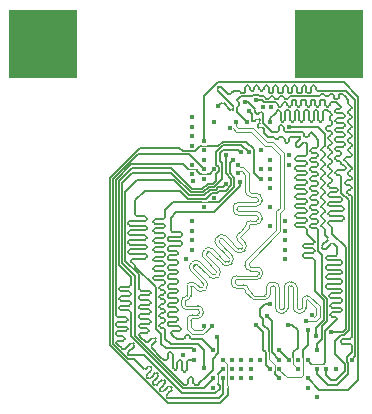
<source format=gbr>
%TF.GenerationSoftware,KiCad,Pcbnew,9.0.4-9.0.4-0~ubuntu24.04.1*%
%TF.CreationDate,2025-08-22T19:02:32+03:00*%
%TF.ProjectId,ThingsCore-1,5468696e-6773-4436-9f72-652d312e6b69,rev?*%
%TF.SameCoordinates,Original*%
%TF.FileFunction,Copper,L3,Inr*%
%TF.FilePolarity,Positive*%
%FSLAX46Y46*%
G04 Gerber Fmt 4.6, Leading zero omitted, Abs format (unit mm)*
G04 Created by KiCad (PCBNEW 9.0.4-9.0.4-0~ubuntu24.04.1) date 2025-08-22 19:02:32*
%MOMM*%
%LPD*%
G01*
G04 APERTURE LIST*
%TA.AperFunction,ComponentPad*%
%ADD10R,5.800000X5.800000*%
%TD*%
%TA.AperFunction,ViaPad*%
%ADD11C,0.450000*%
%TD*%
%TA.AperFunction,Conductor*%
%ADD12C,0.156500*%
%TD*%
%TA.AperFunction,Conductor*%
%ADD13C,0.100000*%
%TD*%
%TA.AperFunction,Conductor*%
%ADD14C,0.121700*%
%TD*%
G04 APERTURE END LIST*
D10*
%TO.N,*%
%TO.C,U1*%
X15307328Y-15308537D03*
X39486338Y-15314455D03*
%TD*%
D11*
%TO.N,/DDR3/DDR_VREF*%
X28000000Y-26900000D03*
%TO.N,1V35_DDR*%
X28950000Y-26700000D03*
%TO.N,GND*%
X29750000Y-28300000D03*
X38500000Y-45200000D03*
X32900000Y-42800000D03*
X31300000Y-42000000D03*
X34600000Y-20600000D03*
X36900000Y-42000000D03*
X27950000Y-26300000D03*
X35800000Y-30300000D03*
X27950000Y-23900000D03*
X35800000Y-31900000D03*
X27950000Y-22300000D03*
X36150000Y-25500000D03*
X29750000Y-21900000D03*
X27400000Y-33500000D03*
X34550000Y-27500000D03*
X34550000Y-25100000D03*
X27950000Y-31900000D03*
X29700000Y-44400000D03*
X27150000Y-41600000D03*
X33750000Y-24300000D03*
X27950000Y-30300000D03*
X34550000Y-25900000D03*
X35800000Y-33500000D03*
X31300000Y-43600000D03*
X37700000Y-44400000D03*
X40100000Y-42800000D03*
X28950000Y-25100000D03*
%TO.N,1V35_DDR*%
X27950000Y-21500000D03*
X35800000Y-32700000D03*
X35800000Y-31100000D03*
X28950000Y-29100000D03*
X33900000Y-20600000D03*
X27950000Y-25500000D03*
X36150000Y-24700000D03*
X27950000Y-31100000D03*
X33750000Y-25900000D03*
X27950000Y-32700000D03*
X27950000Y-23100000D03*
X34550000Y-29100000D03*
X34550000Y-26700000D03*
X28950000Y-24300000D03*
%TO.N,/DDR3/DDR_VREF*%
X34550000Y-30700000D03*
%TO.N,/DDR3/DDR_CKE*%
X37750002Y-39500000D03*
X35300000Y-42800000D03*
%TO.N,/DDR3/DDR_D1*%
X31350000Y-25150000D03*
X28950000Y-42750000D03*
%TO.N,/DDR3/DDR_D13*%
X32370000Y-20220000D03*
X38500000Y-41200000D03*
%TO.N,/DDR3/DDR_D6*%
X29750000Y-25900000D03*
X30500000Y-42800000D03*
%TO.N,/DDR3/DDR_D3*%
X30000000Y-40100000D03*
X32050000Y-24450000D03*
%TO.N,/DDR3/DDR_DQS0N*%
X31850000Y-25573400D03*
X28923400Y-39150000D03*
%TO.N,/DDR3/DDR_DQS1N*%
X38048619Y-38201381D03*
X31114906Y-22388846D03*
%TO.N,/DDR3/DDR_D4*%
X28100000Y-42000000D03*
X30800000Y-27100000D03*
%TO.N,/DDR3/DDR_A4*%
X36000000Y-39050000D03*
X36900000Y-42800000D03*
%TO.N,/DDR3/DDR_A11*%
X34500000Y-37300000D03*
X35300000Y-43600000D03*
%TO.N,/DDR3/DDR_A1*%
X35300000Y-42000000D03*
X34250000Y-38300000D03*
%TO.N,/DDR3/DDR_DQS1P*%
X31612144Y-21891608D03*
X37551381Y-38698619D03*
%TO.N,/DDR3/DDR_D0*%
X30750000Y-24700000D03*
X28100000Y-41200000D03*
%TO.N,/DDR3/DDR_DQS0P*%
X29576600Y-39150000D03*
X31850000Y-26226600D03*
%TO.N,/DDR3/DDR_A13*%
X31300000Y-42800000D03*
%TO.N,/DDR3/DDR_ODT*%
X32900000Y-42000000D03*
%TO.N,/DDR3/DDR_DQM1*%
X28950000Y-23500000D03*
X37700000Y-43600000D03*
%TO.N,/DDR3/DDR_A7*%
X32100000Y-42800000D03*
%TO.N,/DDR3/DDR_D10*%
X38500000Y-42800000D03*
X32550000Y-21900000D03*
%TO.N,/DDR3/DDR_D12*%
X33350000Y-20010000D03*
X39300000Y-42800000D03*
%TO.N,/DDR3/DDR_BA2*%
X32100000Y-43600000D03*
%TO.N,/DDR3/DDR_D15*%
X30150000Y-20550000D03*
X41450000Y-42000000D03*
%TO.N,/DDR3/DDR_A10*%
X33350000Y-39050000D03*
X34500000Y-42800000D03*
%TO.N,/DDR3/DDR_D2*%
X28950000Y-25900000D03*
X30500000Y-43600000D03*
%TO.N,/DDR3/DDR_WEN*%
X32900000Y-43600000D03*
%TO.N,/DDR3/DDR_D8*%
X37700000Y-42000000D03*
X36100000Y-22300000D03*
%TO.N,/DDR3/DDR_A3*%
X32100000Y-42000000D03*
%TO.N,/DDR3/DDR_D5*%
X29700000Y-41200000D03*
X31950000Y-27000000D03*
%TO.N,/DDR3/DDR_D14*%
X34550000Y-21900000D03*
X39700000Y-39700000D03*
%TO.N,/DDR3/DDR_A8*%
X35300000Y-41200000D03*
X36100000Y-42000000D03*
%TO.N,/DDR3/DDR_D7*%
X33750000Y-26700000D03*
X30500000Y-42000000D03*
%TO.N,/DDR3/DDR_D9*%
X32750000Y-20950000D03*
X38400000Y-40000000D03*
%TO.N,/DDR3/DDR_DQM0*%
X29700000Y-43600000D03*
X32700000Y-24450000D03*
%TO.N,/DDR3/DDR_CASN*%
X33700000Y-42000000D03*
%TD*%
D12*
%TO.N,/DDR3/DDR_D6*%
X29400000Y-26300000D02*
X29150000Y-26299999D01*
X29800000Y-25900000D02*
X29400000Y-26300000D01*
D13*
X28758501Y-26299999D02*
X29150000Y-26299999D01*
D12*
X28375000Y-25975000D02*
X28375000Y-26075000D01*
X28375000Y-26075000D02*
X28599999Y-26299999D01*
X28599999Y-26299999D02*
X28758501Y-26299999D01*
%TO.N,/DDR3/DDR_DQM0*%
X27900000Y-27600000D02*
X28754710Y-27600000D01*
X26110000Y-25810000D02*
X27900000Y-27600000D01*
X21712500Y-26909980D02*
X22812480Y-25810000D01*
X22740000Y-34990000D02*
X21712500Y-33962500D01*
%TO.N,/DDR3/DDR_D0*%
X27581262Y-28369500D02*
X29073448Y-28369500D01*
%TO.N,/DDR3/DDR_DQM0*%
X29698750Y-27101250D02*
X29950000Y-26850000D01*
X22740000Y-35110000D02*
X22740000Y-34990000D01*
%TO.N,/DDR3/DDR_D4*%
X28967202Y-28113000D02*
X29465952Y-27614250D01*
X29911242Y-27614250D02*
X30125492Y-27400000D01*
%TO.N,/DDR3/DDR_D3*%
X29804996Y-27357750D02*
X29359706Y-27357750D01*
%TO.N,/DDR3/DDR_DQM0*%
X22812480Y-25810000D02*
X26110000Y-25810000D01*
%TO.N,/DDR3/DDR_D0*%
X23900000Y-27700000D02*
X26911762Y-27700000D01*
%TO.N,/DDR3/DDR_D3*%
X26480754Y-26543500D02*
X26479340Y-26543500D01*
%TO.N,/DDR3/DDR_DQM0*%
X28754710Y-27600000D02*
X29253460Y-27101250D01*
%TO.N,/DDR3/DDR_D3*%
X27256660Y-44142500D02*
X27445687Y-44142500D01*
%TO.N,/DDR3/DDR_D4*%
X23400000Y-35850000D02*
X23400000Y-34800000D01*
%TO.N,/DDR3/DDR_DQM0*%
X29950000Y-26307052D02*
X30179250Y-26077802D01*
%TO.N,/DDR3/DDR_D0*%
X30017488Y-27870750D02*
X30188238Y-27700000D01*
%TO.N,/DDR3/DDR_D3*%
X26479340Y-26543500D02*
X26135840Y-26200000D01*
%TO.N,/DDR3/DDR_D4*%
X26374508Y-26800000D02*
X27687508Y-28113000D01*
X27687508Y-28113000D02*
X28967202Y-28113000D01*
%TO.N,/DDR3/DDR_D3*%
X27793754Y-27856500D02*
X26480754Y-26543500D01*
%TO.N,/DDR3/DDR_D0*%
X29073448Y-28369500D02*
X29572198Y-27870750D01*
%TO.N,/DDR3/DDR_D4*%
X30125492Y-27400000D02*
X30500000Y-27400000D01*
%TO.N,/DDR3/DDR_DQM0*%
X30179250Y-25722198D02*
X29950000Y-25492948D01*
X29950000Y-24464160D02*
X30564160Y-23850000D01*
%TO.N,/DDR3/DDR_D3*%
X22850000Y-26200000D02*
X21970000Y-27080000D01*
%TO.N,/DDR3/DDR_D0*%
X30807052Y-27700000D02*
X31243500Y-27263552D01*
%TO.N,/DDR3/DDR_D4*%
X30500000Y-27400000D02*
X30800000Y-27100000D01*
%TO.N,/DDR3/DDR_D0*%
X23100000Y-29155068D02*
X23100000Y-28500000D01*
%TO.N,/DDR3/DDR_DQM0*%
X29950000Y-26850000D02*
X29950000Y-26307052D01*
X21712500Y-33962500D02*
X21712500Y-26909980D01*
%TO.N,/DDR3/DDR_D0*%
X29572198Y-27870750D02*
X30017488Y-27870750D01*
%TO.N,/DDR3/DDR_DQM0*%
X30179250Y-26077802D02*
X30179250Y-25722198D01*
%TO.N,/DDR3/DDR_D0*%
X26911762Y-27700000D02*
X27581262Y-28369500D01*
%TO.N,/DDR3/DDR_D3*%
X26135840Y-26200000D02*
X22850000Y-26200000D01*
%TO.N,/DDR3/DDR_D0*%
X30188238Y-27700000D02*
X30807052Y-27700000D01*
%TO.N,/DDR3/DDR_D4*%
X23250000Y-26800000D02*
X26374508Y-26800000D01*
X29465952Y-27614250D02*
X29911242Y-27614250D01*
X22227500Y-27822500D02*
X23250000Y-26800000D01*
%TO.N,/DDR3/DDR_D3*%
X23082080Y-39967920D02*
X27256660Y-44142500D01*
%TO.N,/DDR3/DDR_D4*%
X22227500Y-33627500D02*
X22227500Y-27822500D01*
%TO.N,/DDR3/DDR_D3*%
X31850000Y-24250000D02*
X30528320Y-24250000D01*
%TO.N,/DDR3/DDR_D0*%
X31243500Y-27263552D02*
X31243500Y-26743500D01*
%TO.N,/DDR3/DDR_D3*%
X21970000Y-27080000D02*
X21970000Y-33855840D01*
X29359706Y-27357750D02*
X28860956Y-27856500D01*
%TO.N,/DDR3/DDR_D4*%
X23400000Y-34800000D02*
X22227500Y-33627500D01*
%TO.N,/DDR3/DDR_D0*%
X30750000Y-26250000D02*
X30750000Y-24700000D01*
%TO.N,/DDR3/DDR_D3*%
X23082080Y-34967920D02*
X23082080Y-39967920D01*
X28860956Y-27856500D02*
X27793754Y-27856500D01*
%TO.N,/DDR3/DDR_DQM0*%
X29253460Y-27101250D02*
X29698750Y-27101250D01*
%TO.N,/DDR3/DDR_D3*%
X30436750Y-26725996D02*
X29804996Y-27357750D01*
X30436750Y-25386750D02*
X30436750Y-26725996D01*
X30250000Y-25200000D02*
X30436750Y-25386750D01*
%TO.N,/DDR3/DDR_D0*%
X23100000Y-28500000D02*
X23900000Y-27700000D01*
X31243500Y-26743500D02*
X30750000Y-26250000D01*
%TO.N,/DDR3/DDR_D3*%
X21970000Y-33855840D02*
X23082080Y-34967920D01*
X30250000Y-24528320D02*
X30250000Y-25200000D01*
X30528320Y-24250000D02*
X30250000Y-24528320D01*
X32050000Y-24450000D02*
X31850000Y-24250000D01*
%TO.N,/DDR3/DDR_DQM0*%
X29950000Y-25492948D02*
X29950000Y-24464160D01*
X30564160Y-23850000D02*
X31850000Y-23850000D01*
%TO.N,/DDR3/DDR_CKE*%
X37750002Y-40799998D02*
X37350000Y-41200000D01*
X37750002Y-39500000D02*
X37750002Y-40799998D01*
X37350000Y-41550000D02*
X37300000Y-41600000D01*
D13*
X37100000Y-43500000D02*
X35950000Y-43500000D01*
X35300000Y-42850000D02*
X35300000Y-42800000D01*
D12*
X37300000Y-41600000D02*
X37300000Y-41800000D01*
D13*
X37300000Y-41800000D02*
X37300000Y-43300000D01*
X35950000Y-43500000D02*
X35300000Y-42850000D01*
D12*
X37350000Y-41200000D02*
X37350000Y-41550000D01*
D13*
X37300000Y-43300000D02*
X37100000Y-43500000D01*
D12*
%TO.N,/DDR3/DDR_D1*%
X25490000Y-35296970D02*
X24810000Y-35296970D01*
X25150000Y-37536970D02*
X25150000Y-37456970D01*
X25310000Y-36496970D02*
X25490000Y-36496970D01*
X28950000Y-42750000D02*
X28950000Y-41200000D01*
X25150000Y-35936970D02*
X25150000Y-35856970D01*
X24650000Y-32736970D02*
X24650000Y-32656970D01*
X25650000Y-40250000D02*
X25650000Y-39456970D01*
X25650000Y-29777132D02*
X25650000Y-29350000D01*
X25490000Y-39296970D02*
X25310000Y-39296970D01*
X24810000Y-33296970D02*
X25490000Y-33296970D01*
D13*
X28750000Y-28700000D02*
X29300000Y-28700000D01*
D12*
X25650000Y-37136970D02*
X25650000Y-37056970D01*
X25490000Y-34496970D02*
X24810000Y-34496970D01*
X25650000Y-36336970D02*
X25650000Y-36256970D01*
X24650000Y-30336970D02*
X24650000Y-30256970D01*
X25650000Y-29936970D02*
X25650000Y-29856970D01*
X25310000Y-35696970D02*
X25490000Y-35696970D01*
X24650000Y-33536970D02*
X24650000Y-33456970D01*
X25490000Y-32096970D02*
X24810000Y-32096970D01*
X24650000Y-31936970D02*
X24650000Y-31856970D01*
X25150000Y-36736970D02*
X25150000Y-36656970D01*
X24810000Y-34096970D02*
X25490000Y-34096970D01*
X31350000Y-25150000D02*
X31107052Y-25392948D01*
X25150000Y-39136970D02*
X25150000Y-39056970D01*
X25650000Y-35536970D02*
X25650000Y-35456970D01*
X25490000Y-37696970D02*
X25310000Y-37696970D01*
X25650000Y-37936970D02*
X25650000Y-37856970D01*
X25650000Y-34736970D02*
X25650000Y-34656970D01*
X26300000Y-28700000D02*
X28750000Y-28700000D01*
X28450000Y-40700000D02*
X26100000Y-40700000D01*
X24650000Y-34336970D02*
X24650000Y-34256970D01*
X24810000Y-34896970D02*
X25490000Y-34896970D01*
X25650000Y-29856970D02*
X25650000Y-29777132D01*
X24810000Y-30096970D02*
X25490000Y-30096970D01*
X30171212Y-28700000D02*
X29300000Y-28700000D01*
X25650000Y-33136970D02*
X25650000Y-33056970D01*
X25490000Y-32896970D02*
X24810000Y-32896970D01*
X31501000Y-27370212D02*
X30171212Y-28700000D01*
X25490000Y-31296970D02*
X24810000Y-31296970D01*
X25650000Y-33936970D02*
X25650000Y-33856970D01*
X31107052Y-25392948D02*
X31107052Y-26242892D01*
X25150000Y-38336970D02*
X25150000Y-38256970D01*
X25490000Y-33696970D02*
X24810000Y-33696970D01*
X24810000Y-31696970D02*
X25490000Y-31696970D01*
X25490000Y-36896970D02*
X25310000Y-36896970D01*
X25650000Y-38736970D02*
X25650000Y-38656970D01*
X25310000Y-37296970D02*
X25490000Y-37296970D01*
X31107052Y-26242892D02*
X31501000Y-26636840D01*
X25490000Y-36096970D02*
X25310000Y-36096970D01*
X24810000Y-32496970D02*
X25490000Y-32496970D01*
X25490000Y-38496970D02*
X25310000Y-38496970D01*
X24810000Y-30896970D02*
X25490000Y-30896970D01*
X25650000Y-30736970D02*
X25650000Y-30656970D01*
X24650000Y-31136970D02*
X24650000Y-31056970D01*
X25650000Y-29350000D02*
X26300000Y-28700000D01*
X25490000Y-30496970D02*
X24810000Y-30496970D01*
X25310000Y-38896970D02*
X25490000Y-38896970D01*
X28950000Y-41200000D02*
X28450000Y-40700000D01*
X31501000Y-26636840D02*
X31501000Y-27370212D01*
X25650000Y-31536970D02*
X25650000Y-31456970D01*
X24650000Y-35136970D02*
X24650000Y-35056970D01*
X25650000Y-32336970D02*
X25650000Y-32256970D01*
X26100000Y-40700000D02*
X25650000Y-40250000D01*
X25310000Y-38096970D02*
X25490000Y-38096970D01*
X25150000Y-36656970D02*
G75*
G02*
X25310000Y-36497000I160000J-30D01*
G01*
X24810000Y-35296970D02*
G75*
G02*
X24650030Y-35136970I0J159970D01*
G01*
X24810000Y-34496970D02*
G75*
G02*
X24650030Y-34336970I0J159970D01*
G01*
X25490000Y-30896970D02*
G75*
G03*
X25649970Y-30736970I0J159970D01*
G01*
X25650000Y-32256970D02*
G75*
G03*
X25490000Y-32097000I-160000J-30D01*
G01*
X25650000Y-34656970D02*
G75*
G03*
X25490000Y-34497000I-160000J-30D01*
G01*
X25650000Y-37856970D02*
G75*
G03*
X25490000Y-37697000I-160000J-30D01*
G01*
X25490000Y-35696970D02*
G75*
G03*
X25649970Y-35536970I0J159970D01*
G01*
X25310000Y-38496970D02*
G75*
G02*
X25150030Y-38336970I0J159970D01*
G01*
X25650000Y-33056970D02*
G75*
G03*
X25490000Y-32897000I-160000J-30D01*
G01*
X25490000Y-33296970D02*
G75*
G03*
X25649970Y-33136970I0J159970D01*
G01*
X25490000Y-32496970D02*
G75*
G03*
X25649970Y-32336970I0J159970D01*
G01*
X24650000Y-32656970D02*
G75*
G02*
X24810000Y-32497000I160000J-30D01*
G01*
X24810000Y-32896970D02*
G75*
G02*
X24650030Y-32736970I0J159970D01*
G01*
X25650000Y-35456970D02*
G75*
G03*
X25490000Y-35297000I-160000J-30D01*
G01*
X25490000Y-34896970D02*
G75*
G03*
X25649970Y-34736970I0J159970D01*
G01*
X25650000Y-38656970D02*
G75*
G03*
X25490000Y-38497000I-160000J-30D01*
G01*
X25650000Y-37056970D02*
G75*
G03*
X25490000Y-36897000I-160000J-30D01*
G01*
X25650000Y-31456970D02*
G75*
G03*
X25490000Y-31297000I-160000J-30D01*
G01*
X24810000Y-30496970D02*
G75*
G02*
X24650030Y-30336970I0J159970D01*
G01*
X25490000Y-30096970D02*
G75*
G03*
X25649970Y-29936970I0J159970D01*
G01*
X25310000Y-37696970D02*
G75*
G02*
X25150030Y-37536970I0J159970D01*
G01*
X24650000Y-33456970D02*
G75*
G02*
X24810000Y-33297000I160000J-30D01*
G01*
X24810000Y-32096970D02*
G75*
G02*
X24650030Y-31936970I0J159970D01*
G01*
X25650000Y-30656970D02*
G75*
G03*
X25490000Y-30497000I-160000J-30D01*
G01*
X25150000Y-37456970D02*
G75*
G02*
X25310000Y-37297000I160000J-30D01*
G01*
X24810000Y-33696970D02*
G75*
G02*
X24650030Y-33536970I0J159970D01*
G01*
X24650000Y-35056970D02*
G75*
G02*
X24810000Y-34897000I160000J-30D01*
G01*
X25490000Y-37296970D02*
G75*
G03*
X25649970Y-37136970I0J159970D01*
G01*
X24650000Y-31056970D02*
G75*
G02*
X24810000Y-30897000I160000J-30D01*
G01*
X25650000Y-33856970D02*
G75*
G03*
X25490000Y-33697000I-160000J-30D01*
G01*
X25490000Y-31696970D02*
G75*
G03*
X25649970Y-31536970I0J159970D01*
G01*
X25490000Y-38096970D02*
G75*
G03*
X25649970Y-37936970I0J159970D01*
G01*
X25490000Y-38896970D02*
G75*
G03*
X25649970Y-38736970I0J159970D01*
G01*
X24650000Y-34256970D02*
G75*
G02*
X24810000Y-34097000I160000J-30D01*
G01*
X25150000Y-38256970D02*
G75*
G02*
X25310000Y-38097000I160000J-30D01*
G01*
X25490000Y-34096970D02*
G75*
G03*
X25649970Y-33936970I0J159970D01*
G01*
X24810000Y-31296970D02*
G75*
G02*
X24650030Y-31136970I0J159970D01*
G01*
X25310000Y-36896970D02*
G75*
G02*
X25150030Y-36736970I0J159970D01*
G01*
X24650000Y-31856970D02*
G75*
G02*
X24810000Y-31697000I160000J-30D01*
G01*
X25150000Y-35856970D02*
G75*
G02*
X25310000Y-35697000I160000J-30D01*
G01*
X24650000Y-30256970D02*
G75*
G02*
X24810000Y-30097000I160000J-30D01*
G01*
X25310000Y-36096970D02*
G75*
G02*
X25150030Y-35936970I0J159970D01*
G01*
X25650000Y-39456970D02*
G75*
G03*
X25490000Y-39297000I-160000J-30D01*
G01*
X25490000Y-36496970D02*
G75*
G03*
X25649970Y-36336970I0J159970D01*
G01*
X25650000Y-36256970D02*
G75*
G03*
X25490000Y-36097000I-160000J-30D01*
G01*
X25310000Y-39296970D02*
G75*
G02*
X25150030Y-39136970I0J159970D01*
G01*
X25150000Y-39056970D02*
G75*
G02*
X25310000Y-38897000I160000J-30D01*
G01*
%TO.N,/DDR3/DDR_D13*%
X38450000Y-27700000D02*
X38070000Y-27700000D01*
X38070000Y-28900000D02*
X38450000Y-28900000D01*
X38070000Y-24100000D02*
X38450000Y-24100000D01*
X38450000Y-26900000D02*
X38070000Y-26900000D01*
X33596446Y-21126444D02*
X33596445Y-21126445D01*
X38070000Y-30500000D02*
X38450000Y-30500000D01*
X38291801Y-23061801D02*
X37980000Y-22750000D01*
X38610000Y-29540000D02*
X38610000Y-29460000D01*
X37910000Y-29140000D02*
X37910000Y-29060000D01*
X37660000Y-23200000D02*
X37580000Y-23200000D01*
X38500000Y-40700000D02*
X38900000Y-40300000D01*
X37910000Y-24340000D02*
X37910000Y-24260000D01*
X37910000Y-25140000D02*
X37910000Y-25060000D01*
X38450000Y-24500000D02*
X38070000Y-24500000D01*
X38070000Y-29700000D02*
X38450000Y-29700000D01*
X33384311Y-21197154D02*
X33242889Y-21055732D01*
X38610000Y-26340000D02*
X38610000Y-26260000D01*
X33596445Y-21126445D02*
X33525733Y-21197154D01*
X36280000Y-22750000D02*
X35830000Y-22750000D01*
X33101470Y-20631470D02*
X32854112Y-20384112D01*
X38610000Y-25540000D02*
X38610000Y-25460000D01*
X32854112Y-20384112D02*
X32680000Y-20210000D01*
X37260000Y-22750000D02*
X37180000Y-22750000D01*
X38070000Y-26500000D02*
X38450000Y-26500000D01*
X38450000Y-30100000D02*
X38070000Y-30100000D01*
X38610000Y-23380000D02*
X38291801Y-23061801D01*
X37910000Y-26740000D02*
X37910000Y-26660000D01*
X37820000Y-22910000D02*
X37820000Y-23040000D01*
X33950000Y-21540000D02*
X33950000Y-21480000D01*
X37910000Y-27540000D02*
X37910000Y-27460000D01*
X38070000Y-28100000D02*
X38450000Y-28100000D01*
X38610000Y-27940000D02*
X38610000Y-27860000D01*
X37420000Y-23040000D02*
X37420000Y-22910000D01*
X35030000Y-22750000D02*
X34710000Y-22750000D01*
X38450000Y-26100000D02*
X38070000Y-26100000D01*
X37180000Y-22750000D02*
X36280000Y-22750000D01*
X38910000Y-36466288D02*
X38910000Y-33140000D01*
X38910000Y-33140000D02*
X38610000Y-32840000D01*
X38610000Y-28740000D02*
X38610000Y-28660000D01*
X38900000Y-39185840D02*
X39330000Y-38755840D01*
X32680000Y-20210000D02*
X32390000Y-20210000D01*
X38610000Y-23860000D02*
X38610000Y-23380000D01*
X35270000Y-22310000D02*
X35270000Y-22590000D01*
X33667157Y-21055734D02*
X33596446Y-21126444D01*
X38900000Y-40300000D02*
X38900000Y-39185840D01*
X38610000Y-32840000D02*
X38610000Y-31060000D01*
X38450000Y-29300000D02*
X38070000Y-29300000D01*
X38070000Y-25700000D02*
X38450000Y-25700000D01*
X37910000Y-29940000D02*
X37910000Y-29860000D01*
X35110000Y-22750000D02*
X35030000Y-22750000D01*
X38450000Y-30900000D02*
X38070000Y-30900000D01*
X38070000Y-27300000D02*
X38450000Y-27300000D01*
X38450000Y-28500000D02*
X38070000Y-28500000D01*
X39330000Y-36886287D02*
X38910000Y-36466288D01*
X38070000Y-24900000D02*
X38450000Y-24900000D01*
X37910000Y-25940000D02*
X37910000Y-25860000D01*
X38610000Y-27140000D02*
X38610000Y-27060000D01*
X33950000Y-21990000D02*
X33950000Y-21540000D01*
X35510000Y-22150000D02*
X35430000Y-22150000D01*
X34710000Y-22750000D02*
X33950000Y-21990000D01*
X38610000Y-30340000D02*
X38610000Y-30260000D01*
X38450000Y-25300000D02*
X38070000Y-25300000D01*
X33242890Y-20772890D02*
X33101470Y-20631470D01*
X37910000Y-28340000D02*
X37910000Y-28260000D01*
X38610000Y-23940000D02*
X38610000Y-23860000D01*
X37910000Y-30740000D02*
X37910000Y-30660000D01*
X38610000Y-24740000D02*
X38610000Y-24660000D01*
X39330000Y-38755840D02*
X39330000Y-36886287D01*
X38500000Y-41200000D02*
X38500000Y-40700000D01*
X35670000Y-22590000D02*
X35670000Y-22310000D01*
X33950000Y-21197156D02*
X33808578Y-21055734D01*
X38070000Y-24500000D02*
G75*
G02*
X37910000Y-24340000I0J160000D01*
G01*
X37910000Y-27460000D02*
G75*
G02*
X38070000Y-27300000I160000J0D01*
G01*
X38610000Y-24660000D02*
G75*
G03*
X38450000Y-24500000I-160000J0D01*
G01*
X37820000Y-23040000D02*
G75*
G02*
X37660000Y-23200000I-160000J0D01*
G01*
X38450000Y-24100000D02*
G75*
G03*
X38610000Y-23940000I0J160000D01*
G01*
X35430000Y-22150000D02*
G75*
G03*
X35270000Y-22310000I0J-160000D01*
G01*
X37580000Y-23200000D02*
G75*
G02*
X37420000Y-23040000I0J160000D01*
G01*
X38450000Y-25700000D02*
G75*
G03*
X38610000Y-25540000I0J160000D01*
G01*
X37910000Y-24260000D02*
G75*
G02*
X38070000Y-24100000I160000J0D01*
G01*
X38070000Y-28500000D02*
G75*
G02*
X37910000Y-28340000I0J160000D01*
G01*
X37980000Y-22750000D02*
G75*
G03*
X37820000Y-22910000I0J-160000D01*
G01*
X38610000Y-29460000D02*
G75*
G03*
X38450000Y-29300000I-160000J0D01*
G01*
X38070000Y-26100000D02*
G75*
G02*
X37910000Y-25940000I0J160000D01*
G01*
X35830000Y-22750000D02*
G75*
G02*
X35670000Y-22590000I0J160000D01*
G01*
X38450000Y-24900000D02*
G75*
G03*
X38610000Y-24740000I0J160000D01*
G01*
X38610000Y-26260000D02*
G75*
G03*
X38450000Y-26100000I-160000J0D01*
G01*
X38070000Y-25300000D02*
G75*
G02*
X37910000Y-25140000I0J160000D01*
G01*
X38070000Y-27700000D02*
G75*
G02*
X37910000Y-27540000I0J160000D01*
G01*
X38450000Y-28900000D02*
G75*
G03*
X38610000Y-28740000I0J160000D01*
G01*
X38610000Y-28660000D02*
G75*
G03*
X38450000Y-28500000I-160000J0D01*
G01*
X35270000Y-22590000D02*
G75*
G02*
X35110000Y-22750000I-160000J0D01*
G01*
X33525733Y-21197154D02*
G75*
G02*
X33384311Y-21197154I-70711J70713D01*
G01*
X38450000Y-26500000D02*
G75*
G03*
X38610000Y-26340000I0J160000D01*
G01*
X38450000Y-29700000D02*
G75*
G03*
X38610000Y-29540000I0J160000D01*
G01*
X38450000Y-27300000D02*
G75*
G03*
X38610000Y-27140000I0J160000D01*
G01*
X38610000Y-27060000D02*
G75*
G03*
X38450000Y-26900000I-160000J0D01*
G01*
X38610000Y-27860000D02*
G75*
G03*
X38450000Y-27700000I-160000J0D01*
G01*
X37910000Y-26660000D02*
G75*
G02*
X38070000Y-26500000I160000J0D01*
G01*
X37420000Y-22910000D02*
G75*
G03*
X37260000Y-22750000I-160000J0D01*
G01*
X33808578Y-21055734D02*
G75*
G03*
X33667158Y-21055734I-70710J-70708D01*
G01*
X38610000Y-31060000D02*
G75*
G03*
X38450000Y-30900000I-160000J0D01*
G01*
X35670000Y-22310000D02*
G75*
G03*
X35510000Y-22150000I-160000J0D01*
G01*
X33950000Y-21480000D02*
G75*
G02*
X33950011Y-21338589I70700J70700D01*
G01*
X38610000Y-30260000D02*
G75*
G03*
X38450000Y-30100000I-160000J0D01*
G01*
X38450000Y-30500000D02*
G75*
G03*
X38610000Y-30340000I0J160000D01*
G01*
X38070000Y-29300000D02*
G75*
G02*
X37910000Y-29140000I0J160000D01*
G01*
X33242890Y-20914312D02*
G75*
G03*
X33242891Y-20772889I-70690J70712D01*
G01*
X37910000Y-29060000D02*
G75*
G02*
X38070000Y-28900000I160000J0D01*
G01*
X38070000Y-26900000D02*
G75*
G02*
X37910000Y-26740000I0J160000D01*
G01*
X38450000Y-28100000D02*
G75*
G03*
X38610000Y-27940000I0J160000D01*
G01*
X38070000Y-30100000D02*
G75*
G02*
X37910000Y-29940000I0J160000D01*
G01*
X37910000Y-28260000D02*
G75*
G02*
X38070000Y-28100000I160000J0D01*
G01*
X38070000Y-30900000D02*
G75*
G02*
X37910000Y-30740000I0J160000D01*
G01*
X37910000Y-29860000D02*
G75*
G02*
X38070000Y-29700000I160000J0D01*
G01*
X33950000Y-21338578D02*
G75*
G03*
X33949967Y-21197189I-70700J70678D01*
G01*
X33242889Y-21055732D02*
G75*
G02*
X33242867Y-20914290I70711J70732D01*
G01*
X37910000Y-30660000D02*
G75*
G02*
X38070000Y-30500000I160000J0D01*
G01*
X37910000Y-25860000D02*
G75*
G02*
X38070000Y-25700000I160000J0D01*
G01*
X37910000Y-25060000D02*
G75*
G02*
X38070000Y-24900000I160000J0D01*
G01*
X38610000Y-25460000D02*
G75*
G03*
X38450000Y-25300000I-160000J0D01*
G01*
%TO.N,/DDR3/DDR_D6*%
X27079250Y-44829250D02*
X23880000Y-41630000D01*
D13*
X30100001Y-43258501D02*
X30100001Y-43950000D01*
X27650000Y-25900000D02*
X28300000Y-25900000D01*
D12*
X27550000Y-25900000D02*
X27130000Y-25480000D01*
X21455000Y-38175000D02*
X21455000Y-37663174D01*
X27130000Y-25480000D02*
X22778320Y-25480000D01*
X21455000Y-26803320D02*
X21455000Y-37663174D01*
X30100001Y-43199999D02*
X30100001Y-43258501D01*
X27650000Y-25900000D02*
X27550000Y-25900000D01*
X22295000Y-38415000D02*
X21615000Y-38415000D01*
X30100001Y-44099997D02*
X30099999Y-44099999D01*
X21626115Y-40746115D02*
X21455000Y-40575000D01*
X22778320Y-25480000D02*
X21455000Y-26803320D01*
X30500000Y-42800000D02*
X30100001Y-43199999D01*
X30100001Y-43950000D02*
X30100001Y-44099997D01*
X22707989Y-40640049D02*
X22227156Y-41120881D01*
X30242500Y-44464552D02*
X29877802Y-44829250D01*
X22455000Y-38655000D02*
X22455000Y-38575000D01*
X22000882Y-41120881D02*
X21944314Y-41064314D01*
X21455000Y-38255000D02*
X21455000Y-38175000D01*
X21455000Y-39855000D02*
X21455000Y-39775000D01*
X21455000Y-39055000D02*
X21455000Y-38975000D01*
X30099999Y-44099999D02*
X30242500Y-44242500D01*
X21615000Y-40415000D02*
X22045000Y-40415000D01*
X22990832Y-40696618D02*
X22934263Y-40640049D01*
X22510000Y-41403725D02*
X22990832Y-40922892D01*
X22295000Y-39215000D02*
X21615000Y-39215000D01*
X22205000Y-40255000D02*
X22205000Y-40175000D01*
X21944314Y-41064314D02*
X21626115Y-40746115D01*
X21615000Y-39615000D02*
X22295000Y-39615000D01*
D13*
X28300000Y-25900000D02*
X28375000Y-25975000D01*
D12*
X22455000Y-39455000D02*
X22455000Y-39375000D01*
X30242500Y-44242500D02*
X30242500Y-44464552D01*
X23880000Y-41630000D02*
X22510000Y-41630000D01*
X29877802Y-44829250D02*
X27079250Y-44829250D01*
X21615000Y-38815000D02*
X22295000Y-38815000D01*
X22045000Y-40015000D02*
X21615000Y-40015000D01*
X21455000Y-38975000D02*
G75*
G02*
X21615000Y-38815000I160000J0D01*
G01*
X21615000Y-39215000D02*
G75*
G02*
X21455000Y-39055000I0J160000D01*
G01*
X22934263Y-40640049D02*
G75*
G03*
X22707989Y-40640049I-113137J-113137D01*
G01*
X21455000Y-40575000D02*
G75*
G02*
X21615000Y-40415000I160000J0D01*
G01*
X22990832Y-40922892D02*
G75*
G03*
X22990787Y-40696663I-113132J113092D01*
G01*
X22205000Y-40175000D02*
G75*
G03*
X22045000Y-40015000I-160000J0D01*
G01*
X22295000Y-38815000D02*
G75*
G03*
X22455000Y-38655000I0J160000D01*
G01*
X22455000Y-39375000D02*
G75*
G03*
X22295000Y-39215000I-160000J0D01*
G01*
X22227156Y-41120881D02*
G75*
G02*
X22000882Y-41120881I-113137J113137D01*
G01*
X21455000Y-39775000D02*
G75*
G02*
X21615000Y-39615000I160000J0D01*
G01*
X22510000Y-41630000D02*
G75*
G02*
X22510037Y-41403763I113100J113100D01*
G01*
X21615000Y-40015000D02*
G75*
G02*
X21455000Y-39855000I0J160000D01*
G01*
X21615000Y-38415000D02*
G75*
G02*
X21455000Y-38255000I0J160000D01*
G01*
X22045000Y-40415000D02*
G75*
G03*
X22205000Y-40255000I0J160000D01*
G01*
X22455000Y-38575000D02*
G75*
G03*
X22295000Y-38415000I-160000J0D01*
G01*
X22295000Y-39615000D02*
G75*
G03*
X22455000Y-39455000I0J160000D01*
G01*
%TO.N,/DDR3/DDR_D3*%
X28201687Y-44142500D02*
X28285687Y-44142500D01*
X29650000Y-42900000D02*
X29226017Y-43323983D01*
X28033687Y-43660500D02*
X28033687Y-43974500D01*
X30129250Y-40229250D02*
X30129250Y-41470750D01*
X28617006Y-43932994D02*
X29000000Y-43550000D01*
X30129250Y-41470750D02*
X29650000Y-41950000D01*
X29650000Y-41950000D02*
X29650000Y-42900000D01*
X27613687Y-43974500D02*
X27613687Y-43660500D01*
X27781687Y-43492500D02*
X27865687Y-43492500D01*
X28407500Y-44142500D02*
X28617006Y-43932994D01*
X29226017Y-43323983D02*
X29000000Y-43550000D01*
X28285687Y-44142500D02*
X28407500Y-44142500D01*
X27865687Y-43492500D02*
G75*
G02*
X28033700Y-43660500I13J-168000D01*
G01*
X27445687Y-44142500D02*
G75*
G03*
X27613700Y-43974500I13J168000D01*
G01*
X27613687Y-43660500D02*
G75*
G02*
X27781687Y-43492487I168013J0D01*
G01*
X28033687Y-43974500D02*
G75*
G03*
X28201687Y-44142513I168013J0D01*
G01*
D14*
%TO.N,/DDR3/DDR_DQS0N*%
X32056258Y-31543737D02*
X32165395Y-31434603D01*
X28449074Y-34691448D02*
X28030949Y-34273320D01*
X29096937Y-35339311D02*
X28782210Y-35024584D01*
X28994749Y-34605249D02*
X29412875Y-35023376D01*
X32762450Y-26232710D02*
X32267290Y-25737550D01*
X28782210Y-35024584D02*
X28563941Y-34806315D01*
X28879879Y-34490380D02*
X28994749Y-34605249D01*
X27800000Y-36278667D02*
X27800000Y-35800000D01*
X27800000Y-36587917D02*
X27800000Y-36278667D01*
X27946230Y-37428392D02*
X27568775Y-37428392D01*
X28030949Y-34066520D02*
X28140083Y-33957387D01*
X32370985Y-32065264D02*
X32056258Y-31750537D01*
X29655291Y-33714966D02*
X29655294Y-33714967D01*
X30188287Y-34247962D02*
X29770160Y-33829835D01*
X31280847Y-32525952D02*
X31595573Y-32840678D01*
X31846230Y-29013340D02*
X32437550Y-29013340D01*
X32762450Y-27141627D02*
X32762450Y-26232710D01*
X33353770Y-29460140D02*
X32908680Y-29460140D01*
X30746643Y-32623618D02*
X30631772Y-32508750D01*
X28879881Y-34490382D02*
X28879879Y-34490380D01*
X28391320Y-37428392D02*
X27946230Y-37428392D01*
X28729572Y-39537550D02*
X28087550Y-39537550D01*
X29438234Y-32866037D02*
X29856361Y-33284164D01*
X32014150Y-25737550D02*
X31850000Y-25573400D01*
X33824900Y-30085610D02*
X33824900Y-29931270D01*
X32908680Y-29013340D02*
X33353770Y-29013340D01*
X32908680Y-29460140D02*
X32437550Y-29460140D01*
X28987803Y-36114725D02*
X29096937Y-36005590D01*
X28563941Y-34806315D02*
X28563945Y-34806316D01*
X31279636Y-33156613D02*
X30861509Y-32738486D01*
X32762450Y-27770510D02*
X32762450Y-27616170D01*
X27946230Y-38524992D02*
X28391320Y-38524992D01*
X29971228Y-33399031D02*
X30086098Y-33513900D01*
X28923400Y-39150000D02*
X28923400Y-39343722D01*
X29856361Y-33284164D02*
X29971230Y-33399033D01*
X32437550Y-29460140D02*
X31846230Y-29460140D01*
X30086098Y-33513900D02*
X30504224Y-33932027D01*
X30079153Y-35023376D02*
X30188287Y-34914241D01*
X27800000Y-39250000D02*
X27800000Y-38671222D01*
X32267290Y-25737550D02*
X32014150Y-25737550D01*
X30947710Y-32192815D02*
X31062579Y-32307684D01*
X33353770Y-27916740D02*
X32908680Y-27916740D01*
X29971230Y-33399033D02*
X29971228Y-33399031D01*
X32437550Y-29013340D02*
X32908680Y-29013340D01*
X29655294Y-33714967D02*
X29540423Y-33600099D01*
X31062577Y-32307682D02*
X31280847Y-32525952D01*
X28563945Y-34806316D02*
X28449074Y-34691448D01*
X29540423Y-33600099D02*
X29122298Y-33181971D01*
X28923400Y-39343722D02*
X28729572Y-39537550D01*
X31062579Y-32307684D02*
X31062577Y-32307682D01*
X29770160Y-33829835D02*
X29655291Y-33714966D01*
X32908680Y-30556740D02*
X33353770Y-30556740D01*
X30529583Y-31774688D02*
X30947710Y-32192815D01*
X33824900Y-28542210D02*
X33824900Y-28387870D01*
X29122298Y-32975171D02*
X29231432Y-32866038D01*
X28087550Y-39537550D02*
X27800000Y-39250000D01*
X30631772Y-32508750D02*
X30213647Y-32090622D01*
X27337550Y-37359617D02*
X27337550Y-37050367D01*
X28765012Y-34375513D02*
X28879881Y-34490382D01*
X30746640Y-32623617D02*
X30746643Y-32623618D01*
X31700000Y-29313910D02*
X31700000Y-29159570D01*
X31170502Y-33932027D02*
X31279636Y-33822892D01*
X32261851Y-32840678D02*
X32370985Y-32731543D01*
X30861509Y-32738486D02*
X30746640Y-32623617D01*
X28006799Y-35799999D02*
X28321525Y-36114725D01*
X28346885Y-33957386D02*
X28765012Y-34375513D01*
X27800000Y-35800000D02*
X27799999Y-35799999D01*
X32762450Y-30837550D02*
X32762450Y-30702970D01*
X32762450Y-27616170D02*
X32762450Y-27141627D01*
X27568775Y-37428392D02*
X27406325Y-37428392D01*
X28862450Y-38053862D02*
X28862450Y-37899522D01*
X30213647Y-31883822D02*
X30322781Y-31774689D01*
X32165395Y-31434603D02*
X32762450Y-30837550D01*
X27406325Y-37428392D02*
G75*
G02*
X27337508Y-37359617I-25J68792D01*
G01*
X27337550Y-37050367D02*
G75*
G02*
X27406325Y-36981650I68750J-33D01*
G01*
X32370985Y-32731543D02*
G75*
G03*
X32370989Y-32065261I-333185J333143D01*
G01*
X30188287Y-34914241D02*
G75*
G03*
X30188289Y-34247961I-333187J333141D01*
G01*
X31279636Y-33822892D02*
G75*
G03*
X31279589Y-33156661I-333136J333092D01*
G01*
X29412875Y-35023376D02*
G75*
G03*
X30079153Y-35023376I333139J333138D01*
G01*
X32762450Y-30702970D02*
G75*
G02*
X32908680Y-30556750I146250J-30D01*
G01*
X27406325Y-36981592D02*
G75*
G03*
X27799992Y-36587917I-25J393692D01*
G01*
X32908680Y-27916740D02*
G75*
G02*
X32762460Y-27770510I20J146240D01*
G01*
X29122298Y-33181971D02*
G75*
G02*
X29122327Y-32975200I103402J103371D01*
G01*
X32056258Y-31750537D02*
G75*
G02*
X32056221Y-31543700I103442J103437D01*
G01*
X31595573Y-32840678D02*
G75*
G03*
X32261851Y-32840678I333139J333138D01*
G01*
X33353770Y-30556740D02*
G75*
G03*
X33824940Y-30085610I30J471140D01*
G01*
X33824900Y-29931270D02*
G75*
G03*
X33353770Y-29460200I-471100J-30D01*
G01*
X31846230Y-29460140D02*
G75*
G02*
X31699960Y-29313910I-30J146240D01*
G01*
X31700000Y-29159570D02*
G75*
G02*
X31846230Y-29013400I146200J-30D01*
G01*
X28321525Y-36114725D02*
G75*
G03*
X28987803Y-36114725I333139J333138D01*
G01*
X29096937Y-36005590D02*
G75*
G03*
X29096938Y-35339310I-333137J333140D01*
G01*
X28030949Y-34273320D02*
G75*
G02*
X28030929Y-34066500I103351J103420D01*
G01*
X33824900Y-28387870D02*
G75*
G03*
X33353770Y-27916800I-471100J-30D01*
G01*
X27799999Y-35799999D02*
G75*
G02*
X28006799Y-35799999I103400J-103399D01*
G01*
X28140083Y-33957387D02*
G75*
G02*
X28346900Y-33957370I103417J-103413D01*
G01*
X28391320Y-38524992D02*
G75*
G03*
X28862392Y-38053862I-20J471092D01*
G01*
X28862450Y-37899522D02*
G75*
G03*
X28391320Y-37428350I-471150J22D01*
G01*
X29231432Y-32866038D02*
G75*
G02*
X29438200Y-32866070I103368J-103362D01*
G01*
X30322781Y-31774689D02*
G75*
G02*
X30529600Y-31774670I103419J-103411D01*
G01*
X30213647Y-32090622D02*
G75*
G02*
X30213625Y-31883800I103353J103422D01*
G01*
X33353770Y-29013340D02*
G75*
G03*
X33824940Y-28542210I30J471140D01*
G01*
X27800000Y-38671222D02*
G75*
G02*
X27946230Y-38525000I146200J22D01*
G01*
X30504224Y-33932027D02*
G75*
G03*
X31170502Y-33932027I333139J333138D01*
G01*
%TO.N,/DDR3/DDR_DQS1N*%
X36332710Y-35750000D02*
X36182710Y-35750000D01*
X35337550Y-29132710D02*
X35337550Y-24647028D01*
X33550000Y-34762450D02*
X33550000Y-34612450D01*
X32850000Y-34900000D02*
X33412450Y-34900000D01*
X35582710Y-38074900D02*
X35432710Y-38074900D01*
X38048619Y-38201381D02*
X38220957Y-38373719D01*
X34970260Y-36912450D02*
X34970260Y-36450000D01*
X31668856Y-22742450D02*
X31348076Y-22421670D01*
X32387550Y-33862450D02*
X32387550Y-33652970D01*
X32387550Y-33652970D02*
X32557224Y-33483296D01*
X35025099Y-31015421D02*
X35025099Y-29445161D01*
X37082710Y-38074900D02*
X36932710Y-38074900D01*
X36470260Y-36587550D02*
X36470260Y-35887550D01*
X38387550Y-37617290D02*
X37682710Y-36912450D01*
X35025099Y-29445161D02*
X35337550Y-29132710D01*
X34832710Y-35750000D02*
X34682710Y-35750000D01*
X31687550Y-34900000D02*
X32250000Y-34900000D01*
X36045160Y-36587550D02*
X36045160Y-36912450D01*
X36470260Y-37050000D02*
X36470260Y-36587550D01*
X38220957Y-38373719D02*
X38246541Y-38373719D01*
X32922710Y-22742450D02*
X31668856Y-22742450D01*
X34082710Y-36912450D02*
X33932710Y-36912450D01*
X36470260Y-37612450D02*
X36470260Y-37050000D01*
X33932710Y-36912450D02*
X33052970Y-36912450D01*
X34122710Y-23942450D02*
X32922710Y-22742450D01*
X34545160Y-35887550D02*
X34545160Y-36450000D01*
X38387550Y-37717882D02*
X38387550Y-37617290D01*
X36045160Y-35887550D02*
X36045160Y-36587550D01*
X37545160Y-37050000D02*
X37545160Y-37612450D01*
X34970260Y-36450000D02*
X34970260Y-35887550D01*
X36045160Y-36912450D02*
X36045160Y-37612450D01*
X33412450Y-34474900D02*
X32850000Y-34474900D01*
X32250000Y-35974900D02*
X31687550Y-35974900D01*
X34632972Y-23942450D02*
X34122710Y-23942450D01*
X34970260Y-37612450D02*
X34970260Y-36912450D01*
X32387550Y-36247030D02*
X32387550Y-36112450D01*
X35337550Y-24647028D02*
X34632972Y-23942450D01*
X31225100Y-35512450D02*
X31225100Y-35362450D01*
X38246541Y-38373719D02*
X38387550Y-38232710D01*
X38387550Y-38232710D02*
X38387550Y-37717882D01*
X32250000Y-34900000D02*
X32850000Y-34900000D01*
X32557224Y-33483296D02*
X35025099Y-31015421D01*
X33052970Y-36912450D02*
X32387550Y-36247030D01*
X32387550Y-34012450D02*
X32387550Y-33862450D01*
X36182710Y-35750000D02*
G75*
G03*
X36045200Y-35887550I-10J-137500D01*
G01*
X36045160Y-37612450D02*
G75*
G02*
X35582710Y-38074960I-462460J-50D01*
G01*
X32387550Y-36112450D02*
G75*
G03*
X32250000Y-35974850I-137550J50D01*
G01*
X36470260Y-35887550D02*
G75*
G03*
X36332710Y-35749940I-137560J50D01*
G01*
X34682710Y-35750000D02*
G75*
G03*
X34545200Y-35887550I-10J-137500D01*
G01*
X37682710Y-36912450D02*
G75*
G03*
X37545150Y-37050000I-10J-137550D01*
G01*
X37545160Y-37612450D02*
G75*
G02*
X37082710Y-38074960I-462460J-50D01*
G01*
X33412450Y-34900000D02*
G75*
G03*
X33550000Y-34762450I50J137500D01*
G01*
X36932710Y-38074900D02*
G75*
G02*
X36470300Y-37612450I-10J462400D01*
G01*
X33550000Y-34612450D02*
G75*
G03*
X33412450Y-34474900I-137500J50D01*
G01*
X34970260Y-35887550D02*
G75*
G03*
X34832710Y-35749940I-137560J50D01*
G01*
X34545160Y-36450000D02*
G75*
G02*
X34082710Y-36912460I-462460J0D01*
G01*
X31225100Y-35362450D02*
G75*
G02*
X31687550Y-34900000I462400J50D01*
G01*
X35432710Y-38074900D02*
G75*
G02*
X34970300Y-37612450I-10J462400D01*
G01*
X32850000Y-34474900D02*
G75*
G02*
X32387600Y-34012450I0J462400D01*
G01*
X31687550Y-35974900D02*
G75*
G02*
X31225100Y-35512450I-50J462400D01*
G01*
D12*
%TO.N,/DDR3/DDR_D4*%
X25245213Y-41766893D02*
X24506025Y-41027705D01*
X26280017Y-42690000D02*
X26280017Y-42210000D01*
X25880017Y-41510000D02*
X25880017Y-41890000D01*
X24400000Y-38801680D02*
X24400000Y-38721680D01*
X25528320Y-42050000D02*
X25245213Y-41766893D01*
X24240000Y-37761680D02*
X23560000Y-37761680D01*
X23400000Y-35921680D02*
X23400000Y-35850000D01*
X28100000Y-42000000D02*
X28050000Y-42050000D01*
X24845436Y-40235744D02*
X24788867Y-40179175D01*
X23560000Y-38961680D02*
X24240000Y-38961680D01*
X24240000Y-38561680D02*
X23560000Y-38561680D01*
X23560000Y-37361680D02*
X24240000Y-37361680D01*
X24240000Y-36961680D02*
X23560000Y-36961680D01*
X23560000Y-38161680D02*
X24240000Y-38161680D01*
X26520017Y-42850000D02*
X26440017Y-42850000D01*
X24400000Y-37201680D02*
X24400000Y-37121680D01*
X23400000Y-36001680D02*
X23400000Y-35921680D01*
X24400000Y-36401680D02*
X24400000Y-36321680D01*
X24400000Y-38001680D02*
X24400000Y-37921680D01*
X27480017Y-42210000D02*
X27480017Y-42890000D01*
X24090000Y-39361680D02*
X23560000Y-39361680D01*
X26680017Y-42210000D02*
X26680017Y-42690000D01*
X28050000Y-42050000D02*
X27640017Y-42050000D01*
X27320017Y-43050000D02*
X27240017Y-43050000D01*
X23560000Y-36561680D02*
X24240000Y-36561680D01*
X25640017Y-42050000D02*
X25528320Y-42050000D01*
X23940339Y-40462019D02*
X23622140Y-40143820D01*
X27080017Y-42890000D02*
X27080017Y-42210000D01*
X26920017Y-42050000D02*
X26840017Y-42050000D01*
X23560000Y-39761680D02*
X24090000Y-39761680D01*
X23400000Y-38401680D02*
X23400000Y-38321680D01*
X24506025Y-40801430D02*
X24845436Y-40462018D01*
X23996907Y-40518586D02*
X23940339Y-40462019D01*
X24562593Y-40179175D02*
X24223181Y-40518586D01*
X24240000Y-36161680D02*
X23560000Y-36161680D01*
X23400000Y-36801680D02*
X23400000Y-36721680D01*
X23400000Y-39201680D02*
X23400000Y-39121680D01*
X26280017Y-41890000D02*
X26280017Y-41510000D01*
X26120017Y-41350000D02*
X26040017Y-41350000D01*
X26280017Y-42210000D02*
X26280017Y-41890000D01*
X25720017Y-42050000D02*
X25640017Y-42050000D01*
X23622140Y-40143820D02*
X23400000Y-39921680D01*
X24250000Y-39601680D02*
X24250000Y-39521680D01*
X23400000Y-37601680D02*
X23400000Y-37521680D01*
X24090000Y-39761680D02*
G75*
G03*
X24249980Y-39601680I0J159980D01*
G01*
X26280017Y-41510000D02*
G75*
G03*
X26120017Y-41349983I-160017J0D01*
G01*
X24223181Y-40518586D02*
G75*
G02*
X23996907Y-40518586I-113137J113137D01*
G01*
X27480017Y-42890000D02*
G75*
G02*
X27320017Y-43050017I-160017J0D01*
G01*
X27240017Y-43050000D02*
G75*
G02*
X27080000Y-42890000I-17J160000D01*
G01*
X25880017Y-41890000D02*
G75*
G02*
X25720017Y-42050017I-160017J0D01*
G01*
X26440017Y-42850000D02*
G75*
G02*
X26280000Y-42690000I-17J160000D01*
G01*
X24400000Y-37921680D02*
G75*
G03*
X24240000Y-37761700I-160000J-20D01*
G01*
X24240000Y-37361680D02*
G75*
G03*
X24399980Y-37201680I0J159980D01*
G01*
X23560000Y-38561680D02*
G75*
G02*
X23400020Y-38401680I0J159980D01*
G01*
X27080017Y-42210000D02*
G75*
G03*
X26920017Y-42049983I-160017J0D01*
G01*
X24400000Y-37121680D02*
G75*
G03*
X24240000Y-36961700I-160000J-20D01*
G01*
X26040017Y-41350000D02*
G75*
G03*
X25880000Y-41510000I-17J-160000D01*
G01*
X23400000Y-37521680D02*
G75*
G02*
X23560000Y-37361700I160000J-20D01*
G01*
X24845436Y-40462018D02*
G75*
G03*
X24845417Y-40235763I-113136J113118D01*
G01*
X23560000Y-36961680D02*
G75*
G02*
X23400020Y-36801680I0J159980D01*
G01*
X23560000Y-39361680D02*
G75*
G02*
X23400020Y-39201680I0J159980D01*
G01*
X23400000Y-39921680D02*
G75*
G02*
X23560000Y-39761700I160000J-20D01*
G01*
X23560000Y-36161680D02*
G75*
G02*
X23400020Y-36001680I0J159980D01*
G01*
X24400000Y-38721680D02*
G75*
G03*
X24240000Y-38561700I-160000J-20D01*
G01*
X24240000Y-38161680D02*
G75*
G03*
X24399980Y-38001680I0J159980D01*
G01*
X27640017Y-42050000D02*
G75*
G03*
X27480000Y-42210000I-17J-160000D01*
G01*
X23400000Y-38321680D02*
G75*
G02*
X23560000Y-38161700I160000J-20D01*
G01*
X26840017Y-42050000D02*
G75*
G03*
X26680000Y-42210000I-17J-160000D01*
G01*
X24240000Y-38961680D02*
G75*
G03*
X24399980Y-38801680I0J159980D01*
G01*
X23560000Y-37761680D02*
G75*
G02*
X23400020Y-37601680I0J159980D01*
G01*
X24788867Y-40179175D02*
G75*
G03*
X24562593Y-40179175I-113137J-113137D01*
G01*
X26680017Y-42690000D02*
G75*
G02*
X26520017Y-42850017I-160017J0D01*
G01*
X24400000Y-36321680D02*
G75*
G03*
X24240000Y-36161700I-160000J-20D01*
G01*
X24240000Y-36561680D02*
G75*
G03*
X24399980Y-36401680I0J159980D01*
G01*
X24250000Y-39521680D02*
G75*
G03*
X24090000Y-39361700I-160000J-20D01*
G01*
X24506025Y-41027705D02*
G75*
G02*
X24506057Y-40801462I113175J113105D01*
G01*
X23400000Y-39121680D02*
G75*
G02*
X23560000Y-38961700I160000J-20D01*
G01*
X23400000Y-36721680D02*
G75*
G02*
X23560000Y-36561700I160000J-20D01*
G01*
%TO.N,/DDR3/DDR_A4*%
X36400000Y-39050000D02*
X36850000Y-39500000D01*
D13*
X36500000Y-41975000D02*
X36500000Y-42400000D01*
D12*
X36850000Y-39500000D02*
X36850000Y-41000000D01*
X36500000Y-41350000D02*
X36500000Y-41750000D01*
D13*
X36500000Y-41750000D02*
X36500000Y-42175000D01*
X36500000Y-42400000D02*
X36900000Y-42800000D01*
D12*
X36000000Y-39050000D02*
X36400000Y-39050000D01*
X36850000Y-41000000D02*
X36500000Y-41350000D01*
%TO.N,/DDR3/DDR_A11*%
X34392500Y-39492500D02*
X34392500Y-41278340D01*
D13*
X34900000Y-42500000D02*
X34392500Y-41992500D01*
D12*
X34100000Y-37300000D02*
X33650000Y-37750000D01*
X34500000Y-37300000D02*
X34100000Y-37300000D01*
X33650000Y-38307052D02*
X33950000Y-38607052D01*
D13*
X34900000Y-43007052D02*
X34900000Y-42500000D01*
D12*
X34900000Y-43200000D02*
X34900000Y-43007052D01*
D13*
X34392500Y-41992500D02*
X34392500Y-41278340D01*
D12*
X33950000Y-39050000D02*
X34392500Y-39492500D01*
X35300000Y-43600000D02*
X34900000Y-43200000D01*
X33650000Y-37750000D02*
X33650000Y-38307052D01*
X33950000Y-38607052D02*
X33950000Y-39050000D01*
%TO.N,/DDR3/DDR_A1*%
X34650000Y-38700000D02*
X34650000Y-41350000D01*
X34650000Y-41350000D02*
X35300000Y-42000000D01*
X34250000Y-38300000D02*
X34650000Y-38700000D01*
D14*
%TO.N,/DDR3/DDR_DQS1P*%
X34767550Y-23617550D02*
X34257290Y-23617550D01*
X32250000Y-35224900D02*
X32850000Y-35224900D01*
X33874900Y-34762450D02*
X33874900Y-34612450D01*
X35662450Y-29267290D02*
X35662450Y-24512450D01*
X33412450Y-34150000D02*
X32850000Y-34150000D01*
X38712450Y-38367290D02*
X38712450Y-37717882D01*
X35582710Y-37750000D02*
X35432710Y-37750000D01*
X35295160Y-36450000D02*
X35295160Y-35887550D01*
X36795160Y-37050000D02*
X36795160Y-36587550D01*
X32786964Y-33713036D02*
X35350000Y-31150000D01*
X36332710Y-35425100D02*
X36182710Y-35425100D01*
X35662450Y-24512450D02*
X34767550Y-23617550D01*
X31550000Y-35512450D02*
X31550000Y-35362450D01*
X35720260Y-36912450D02*
X35720260Y-37612450D01*
X36795160Y-36587550D02*
X36795160Y-35887550D01*
X35295160Y-36912450D02*
X35295160Y-36450000D01*
X35295160Y-37612450D02*
X35295160Y-36912450D01*
X35350000Y-31150000D02*
X35350000Y-29579740D01*
X32712450Y-33787550D02*
X32786964Y-33713036D01*
X32712450Y-34012450D02*
X32712450Y-33862450D01*
X34082710Y-36587550D02*
X33932710Y-36587550D01*
X31612144Y-22226258D02*
X31612144Y-21891608D01*
X32850000Y-35224900D02*
X33412450Y-35224900D01*
X38712450Y-37482710D02*
X37817290Y-36587550D01*
X36795160Y-37612450D02*
X36795160Y-37050000D01*
X33057290Y-22417550D02*
X31803436Y-22417550D01*
X33932710Y-36587550D02*
X33187550Y-36587550D01*
X35720260Y-36587550D02*
X35720260Y-36912450D01*
X37817290Y-36587550D02*
X37682710Y-36587550D01*
X32712450Y-33862450D02*
X32712450Y-33787550D01*
X34257290Y-23617550D02*
X33057290Y-22417550D01*
X34832710Y-35425100D02*
X34682710Y-35425100D01*
X31803436Y-22417550D02*
X31612144Y-22226258D01*
X34220260Y-35887550D02*
X34220260Y-36450000D01*
X32250000Y-35650000D02*
X31687550Y-35650000D01*
X35720260Y-35887550D02*
X35720260Y-36587550D01*
X37551381Y-38698619D02*
X38381121Y-38698619D01*
X38381121Y-38698619D02*
X38712450Y-38367290D01*
X37082710Y-37750000D02*
X36932710Y-37750000D01*
X37220260Y-37050000D02*
X37220260Y-37612450D01*
X31687550Y-35224900D02*
X32250000Y-35224900D01*
X33187550Y-36587550D02*
X32712450Y-36112450D01*
X35350000Y-29579740D02*
X35662450Y-29267290D01*
X38712450Y-37717882D02*
X38712450Y-37482710D01*
X36795160Y-35887550D02*
G75*
G03*
X36332710Y-35425040I-462460J50D01*
G01*
X35295160Y-35887550D02*
G75*
G03*
X34832710Y-35425040I-462460J50D01*
G01*
X34682710Y-35425100D02*
G75*
G03*
X34220300Y-35887550I-10J-462400D01*
G01*
X36932710Y-37750000D02*
G75*
G02*
X36795200Y-37612450I-10J137500D01*
G01*
X31550000Y-35362450D02*
G75*
G02*
X31687550Y-35224900I137500J50D01*
G01*
X37682710Y-36587550D02*
G75*
G03*
X37220250Y-37050000I-10J-462450D01*
G01*
X37220260Y-37612450D02*
G75*
G02*
X37082710Y-37750060I-137560J-50D01*
G01*
X33874900Y-34612450D02*
G75*
G03*
X33412450Y-34150000I-462400J50D01*
G01*
X36182710Y-35425100D02*
G75*
G03*
X35720300Y-35887550I-10J-462400D01*
G01*
X35720260Y-37612450D02*
G75*
G02*
X35582710Y-37750060I-137560J-50D01*
G01*
X33412450Y-35224900D02*
G75*
G03*
X33874900Y-34762450I50J462400D01*
G01*
X34220260Y-36450000D02*
G75*
G02*
X34082710Y-36587560I-137560J0D01*
G01*
X32850000Y-34150000D02*
G75*
G02*
X32712500Y-34012450I0J137500D01*
G01*
X32712450Y-36112450D02*
G75*
G03*
X32250000Y-35649950I-462450J50D01*
G01*
X35432710Y-37750000D02*
G75*
G02*
X35295200Y-37612450I-10J137500D01*
G01*
X31687550Y-35650000D02*
G75*
G02*
X31550000Y-35512450I-50J137500D01*
G01*
D12*
%TO.N,/DDR3/DDR_D0*%
X28100000Y-41200000D02*
X27950000Y-41050000D01*
X22660000Y-32670464D02*
X23100000Y-32670464D01*
X24100000Y-31710464D02*
X24100000Y-31630464D01*
X22500000Y-32110464D02*
X22500000Y-32030464D01*
X22660000Y-30270464D02*
X23100000Y-30270464D01*
X22940000Y-33870464D02*
X22910000Y-33870464D01*
X24100000Y-33310464D02*
X24100000Y-33230464D01*
X23100000Y-32670464D02*
X23940000Y-32670464D01*
X23100000Y-29710464D02*
X23100000Y-29630464D01*
X22750000Y-33710464D02*
X22750000Y-33630464D01*
X23100000Y-31470464D02*
X22660000Y-31470464D01*
X24850000Y-39400000D02*
X24850000Y-35885840D01*
X23100000Y-32270464D02*
X22660000Y-32270464D01*
X22660000Y-31070464D02*
X23100000Y-31070464D01*
X24100000Y-30910464D02*
X24100000Y-30830464D01*
X24100000Y-32510464D02*
X24100000Y-32430464D01*
X25325000Y-39875000D02*
X24850000Y-39400000D01*
X23100000Y-30670464D02*
X22660000Y-30670464D01*
X23940000Y-32270464D02*
X23100000Y-32270464D01*
X22500000Y-32910464D02*
X22500000Y-32830464D01*
X22660000Y-31870464D02*
X23100000Y-31870464D01*
X24100000Y-30110464D02*
X24100000Y-30030464D01*
X23940000Y-33070464D02*
X23100000Y-33070464D01*
X23100000Y-31070464D02*
X23940000Y-31070464D01*
X22500000Y-30510464D02*
X22500000Y-30430464D01*
X23100000Y-33070464D02*
X22660000Y-33070464D01*
X22500000Y-31310464D02*
X22500000Y-31230464D01*
X23100000Y-30270464D02*
X23260000Y-30270464D01*
X23940000Y-30670464D02*
X23100000Y-30670464D01*
X25325000Y-40675000D02*
X25325000Y-39875000D01*
X23100000Y-31870464D02*
X23940000Y-31870464D01*
X23260000Y-30270464D02*
X23940000Y-30270464D01*
X23940000Y-29870464D02*
X23260000Y-29870464D01*
X22940000Y-33470464D02*
X23100000Y-33470464D01*
X25700000Y-41050000D02*
X25325000Y-40675000D01*
X23100000Y-34135840D02*
X23100000Y-34030464D01*
X23940000Y-31470464D02*
X23100000Y-31470464D01*
X23100000Y-29630464D02*
X23100000Y-29155068D01*
X27950000Y-41050000D02*
X25700000Y-41050000D01*
X22910000Y-33470464D02*
X22940000Y-33470464D01*
X24850000Y-35885840D02*
X23100000Y-34135840D01*
X23100000Y-33470464D02*
X23940000Y-33470464D01*
X23100000Y-34030464D02*
G75*
G03*
X22940000Y-33870500I-160000J-36D01*
G01*
X22660000Y-32270464D02*
G75*
G02*
X22500036Y-32110464I0J159964D01*
G01*
X24100000Y-30830464D02*
G75*
G03*
X23940000Y-30670500I-160000J-36D01*
G01*
X23940000Y-33470464D02*
G75*
G03*
X24099964Y-33310464I0J159964D01*
G01*
X22500000Y-31230464D02*
G75*
G02*
X22660000Y-31070500I160000J-36D01*
G01*
X22500000Y-32030464D02*
G75*
G02*
X22660000Y-31870500I160000J-36D01*
G01*
X23260000Y-29870464D02*
G75*
G02*
X23100036Y-29710464I0J159964D01*
G01*
X22910000Y-33870464D02*
G75*
G02*
X22750036Y-33710464I0J159964D01*
G01*
X24100000Y-32430464D02*
G75*
G03*
X23940000Y-32270500I-160000J-36D01*
G01*
X23940000Y-31870464D02*
G75*
G03*
X24099964Y-31710464I0J159964D01*
G01*
X24100000Y-33230464D02*
G75*
G03*
X23940000Y-33070500I-160000J-36D01*
G01*
X22500000Y-30430464D02*
G75*
G02*
X22660000Y-30270500I160000J-36D01*
G01*
X24100000Y-30030464D02*
G75*
G03*
X23940000Y-29870500I-160000J-36D01*
G01*
X24100000Y-31630464D02*
G75*
G03*
X23940000Y-31470500I-160000J-36D01*
G01*
X23940000Y-30270464D02*
G75*
G03*
X24099964Y-30110464I0J159964D01*
G01*
X22660000Y-31470464D02*
G75*
G02*
X22500036Y-31310464I0J159964D01*
G01*
X23940000Y-32670464D02*
G75*
G03*
X24099964Y-32510464I0J159964D01*
G01*
X22660000Y-30670464D02*
G75*
G02*
X22500036Y-30510464I0J159964D01*
G01*
X22500000Y-32830464D02*
G75*
G02*
X22660000Y-32670500I160000J-36D01*
G01*
X22660000Y-33070464D02*
G75*
G02*
X22500036Y-32910464I0J159964D01*
G01*
X22750000Y-33630464D02*
G75*
G02*
X22910000Y-33470500I160000J-36D01*
G01*
X23940000Y-31070464D02*
G75*
G03*
X24099964Y-30910464I0J159964D01*
G01*
D14*
%TO.N,/DDR3/DDR_DQS0P*%
X27801210Y-33836781D02*
X27910344Y-33727648D01*
X29224487Y-34375511D02*
X29642614Y-34793637D01*
X29109620Y-34260643D02*
X29109618Y-34260641D01*
X30516901Y-32853356D02*
X30516902Y-32853359D01*
X31846230Y-28688440D02*
X32437550Y-28688440D01*
X28758064Y-35884986D02*
X28867198Y-35775851D01*
X32908680Y-28688440D02*
X33353770Y-28688440D01*
X29425553Y-33944708D02*
X29310685Y-33829837D01*
X28864150Y-39862450D02*
X27952970Y-39862450D01*
X30940763Y-33702288D02*
X31049897Y-33593153D01*
X31177449Y-31963076D02*
X31292318Y-32077945D01*
X27568775Y-37753292D02*
X27406325Y-37753292D01*
X31826519Y-31313998D02*
X31935656Y-31204864D01*
X27475100Y-36587917D02*
X27475100Y-36278667D01*
X29849414Y-34793637D02*
X29958548Y-34684502D01*
X28576624Y-33727647D02*
X28994751Y-34145774D01*
X30402034Y-32738488D02*
X29983906Y-32320363D01*
X28537550Y-38053862D02*
X28537550Y-37899522D01*
X31510586Y-32296213D02*
X31825312Y-32610939D01*
X28334202Y-35036054D02*
X28334204Y-35036057D01*
X29576600Y-39150000D02*
X28864150Y-39862450D01*
X32437550Y-26367290D02*
X32132710Y-26062450D01*
X30631770Y-32968225D02*
X30516901Y-32853356D01*
X31935656Y-31204864D02*
X32437550Y-30702970D01*
X28867198Y-35569050D02*
X28552471Y-35254323D01*
X29983908Y-31654083D02*
X30093042Y-31544950D01*
X29540421Y-34059574D02*
X29425552Y-33944705D01*
X31292316Y-32077943D02*
X31510586Y-32296213D01*
X32908680Y-30231840D02*
X33353770Y-30231840D01*
X31375100Y-29313910D02*
X31375100Y-29159570D01*
X28236538Y-35570260D02*
X28551264Y-35884986D01*
X27952970Y-39862450D02*
X27475100Y-39384580D01*
X27012650Y-37359617D02*
X27012650Y-37050367D01*
X29109618Y-34260641D02*
X29224487Y-34375511D01*
X33353770Y-28241640D02*
X32908680Y-28241640D01*
X30759322Y-31544949D02*
X31177449Y-31963076D01*
X30200967Y-33169292D02*
X30315836Y-33284162D01*
X27475100Y-35665420D02*
X27570260Y-35570260D01*
X30086100Y-33054425D02*
X30200969Y-33169294D01*
X27946230Y-38200092D02*
X28391320Y-38200092D01*
X27475100Y-36278667D02*
X27475100Y-35665420D01*
X32014150Y-26062450D02*
X31850000Y-26226600D01*
X30516902Y-32853359D02*
X30402034Y-32738488D01*
X32437550Y-27616170D02*
X32437550Y-27141627D01*
X28334204Y-35036057D02*
X28219336Y-34921186D01*
X29958548Y-34477701D02*
X29540421Y-34059574D01*
X32032112Y-32610939D02*
X32141246Y-32501804D01*
X29425552Y-33944705D02*
X29425553Y-33944708D01*
X31049897Y-33386352D02*
X30631770Y-32968225D01*
X32437550Y-29785040D02*
X31846230Y-29785040D01*
X31292318Y-32077945D02*
X31292316Y-32077943D01*
X33353770Y-29785040D02*
X32908680Y-29785040D01*
X29310685Y-33829837D02*
X28892557Y-33411712D01*
X28994751Y-34145774D02*
X29109620Y-34260643D01*
X32437550Y-28688440D02*
X32908680Y-28688440D01*
X32908680Y-29785040D02*
X32437550Y-29785040D01*
X32437550Y-27141627D02*
X32437550Y-26367290D01*
X28391320Y-37753292D02*
X27946230Y-37753292D01*
X27946230Y-37753292D02*
X27568775Y-37753292D01*
X30200969Y-33169294D02*
X30200967Y-33169292D01*
X28552471Y-35254323D02*
X28334202Y-35036054D01*
X32141246Y-32295003D02*
X31826519Y-31980276D01*
X28892559Y-32745432D02*
X29001693Y-32636299D01*
X30315836Y-33284162D02*
X30733963Y-33702288D01*
X32437550Y-27770510D02*
X32437550Y-27616170D01*
X27475100Y-39384580D02*
X27475100Y-38671222D01*
X32132710Y-26062450D02*
X32014150Y-26062450D01*
X33500000Y-28542210D02*
X33500000Y-28387870D01*
X29667973Y-32636298D02*
X30086100Y-33054425D01*
X33500000Y-30085610D02*
X33500000Y-29931270D01*
X28219336Y-34921186D02*
X27801208Y-34503061D01*
X32141246Y-32501804D02*
G75*
G03*
X32141250Y-32295000I-103446J103404D01*
G01*
X27475100Y-38671222D02*
G75*
G02*
X27946230Y-38200100I471100J22D01*
G01*
X32908680Y-28241640D02*
G75*
G02*
X32437560Y-27770510I20J471140D01*
G01*
X29983906Y-32320363D02*
G75*
G02*
X29983884Y-31654059I333094J333163D01*
G01*
X30093042Y-31544950D02*
G75*
G02*
X30759339Y-31544931I333158J-333150D01*
G01*
X27910344Y-33727648D02*
G75*
G02*
X28576639Y-33727631I333156J-333152D01*
G01*
X29642614Y-34793637D02*
G75*
G03*
X29849414Y-34793637I103400J103399D01*
G01*
X31825312Y-32610939D02*
G75*
G03*
X32032112Y-32610939I103400J103399D01*
G01*
X27406325Y-36656692D02*
G75*
G03*
X27475092Y-36587917I-25J68792D01*
G01*
X28391320Y-38200092D02*
G75*
G03*
X28537492Y-38053862I-20J146192D01*
G01*
X27801208Y-34503061D02*
G75*
G02*
X27801188Y-33836759I333092J333161D01*
G01*
X29001693Y-32636299D02*
G75*
G02*
X29667939Y-32636331I333107J-333101D01*
G01*
X28537550Y-37899522D02*
G75*
G03*
X28391320Y-37753250I-146250J22D01*
G01*
X31846230Y-29785040D02*
G75*
G02*
X31375060Y-29313910I-30J471140D01*
G01*
X33353770Y-28688440D02*
G75*
G03*
X33500040Y-28542210I30J146240D01*
G01*
X33500000Y-28387870D02*
G75*
G03*
X33353770Y-28241700I-146200J-30D01*
G01*
X28867198Y-35775851D02*
G75*
G03*
X28867149Y-35569100I-103398J103351D01*
G01*
X27570260Y-35570260D02*
G75*
G02*
X28236538Y-35570260I333139J-333138D01*
G01*
X33500000Y-29931270D02*
G75*
G03*
X33353770Y-29785100I-146200J-30D01*
G01*
X27406325Y-37753292D02*
G75*
G02*
X27012608Y-37359617I-25J393692D01*
G01*
X29958548Y-34684502D02*
G75*
G03*
X29958550Y-34477700I-103448J103402D01*
G01*
X28892557Y-33411712D02*
G75*
G02*
X28892586Y-32745459I333143J333112D01*
G01*
X31375100Y-29159570D02*
G75*
G02*
X31846230Y-28688500I471100J-30D01*
G01*
X31826519Y-31980276D02*
G75*
G02*
X31826482Y-31313961I333181J333176D01*
G01*
X33353770Y-30231840D02*
G75*
G03*
X33500040Y-30085610I30J146240D01*
G01*
X28551264Y-35884986D02*
G75*
G03*
X28758064Y-35884986I103400J103399D01*
G01*
X30733963Y-33702288D02*
G75*
G03*
X30940763Y-33702288I103400J103399D01*
G01*
X27012650Y-37050367D02*
G75*
G02*
X27406325Y-36656750I393650J-33D01*
G01*
X32437550Y-30702970D02*
G75*
G02*
X32908680Y-30231850I471150J-30D01*
G01*
X31049897Y-33593153D02*
G75*
G03*
X31049850Y-33386400I-103397J103353D01*
G01*
D12*
%TO.N,/DDR3/DDR_DQM1*%
X30150000Y-18510000D02*
X28950000Y-19710000D01*
X41987500Y-41578768D02*
X41987500Y-27067991D01*
X38700000Y-44600000D02*
X41100000Y-44600000D01*
X37700000Y-43600000D02*
X38700000Y-44600000D01*
X40760000Y-18510000D02*
X30150000Y-18510000D01*
X41990000Y-27065491D02*
X41990000Y-19740000D01*
X28950000Y-19710000D02*
X28950000Y-23500000D01*
X41100000Y-44600000D02*
X41990000Y-43710000D01*
X41987500Y-27067991D02*
X41990000Y-27065491D01*
X41990000Y-19740000D02*
X40760000Y-18510000D01*
X41990000Y-43710000D02*
X41990000Y-41581268D01*
X41990000Y-41581268D02*
X41987500Y-41578768D01*
%TO.N,/DDR3/DDR_D10*%
X41440000Y-41402948D02*
X41020750Y-41822198D01*
X41250000Y-26040000D02*
X41280000Y-26040000D01*
X41020750Y-42177802D02*
X41100000Y-42257052D01*
X35980000Y-19930000D02*
X35780000Y-19930000D01*
X41280000Y-27240000D02*
X41000000Y-27240000D01*
X39430000Y-19730000D02*
X39230000Y-19730000D01*
X35580000Y-19730000D02*
X35380000Y-19730000D01*
X41440000Y-41274259D02*
X41440000Y-41402948D01*
X41100000Y-22700000D02*
X41100000Y-22620000D01*
X38430000Y-19730000D02*
X36630000Y-19730000D01*
X36630000Y-19730000D02*
X36180000Y-19730000D01*
X41290000Y-23660000D02*
X41260000Y-23660000D01*
X33677052Y-19730000D02*
X33527802Y-19580750D01*
X41100000Y-21900000D02*
X41100000Y-21820000D01*
X41290000Y-22860000D02*
X41260000Y-22860000D01*
X41290000Y-24460000D02*
X41260000Y-24460000D01*
X31920000Y-20240000D02*
X31920000Y-20440000D01*
X41450000Y-24700000D02*
X41450000Y-24620000D01*
X41440000Y-40822691D02*
X41440000Y-40902691D01*
X41100000Y-20000000D02*
X40830000Y-19730000D01*
X38500000Y-43250000D02*
X38500000Y-42800000D01*
X40330000Y-19730000D02*
X40330000Y-19830000D01*
X41100000Y-21100000D02*
X41100000Y-21020000D01*
X41040000Y-27880000D02*
X41040000Y-27800000D01*
X31720000Y-20840000D02*
X31720000Y-21020000D01*
X41200000Y-27640000D02*
X41280000Y-27640000D01*
X40840000Y-27080000D02*
X40840000Y-27000000D01*
X41260000Y-24860000D02*
X41290000Y-24860000D01*
X41100000Y-24860000D02*
X41260000Y-24860000D01*
X34780000Y-19730000D02*
X34580000Y-19730000D01*
X41440000Y-33150000D02*
X41440000Y-28650000D01*
X33172198Y-19580750D02*
X33022948Y-19730000D01*
X41100000Y-43237254D02*
X40187254Y-44150000D01*
X41290000Y-21260000D02*
X41260000Y-21260000D01*
X41280000Y-40262691D02*
X40650000Y-40262691D01*
X40230000Y-19930000D02*
X40030000Y-19930000D01*
X41260000Y-24060000D02*
X41290000Y-24060000D01*
X33780000Y-19730000D02*
X33677052Y-19730000D01*
X41090000Y-26280000D02*
X41090000Y-26200000D01*
X39930000Y-19830000D02*
X39930000Y-19730000D01*
X41100000Y-20300000D02*
X41100000Y-20220000D01*
X33022948Y-19730000D02*
X32030000Y-19730000D01*
X41260000Y-20860000D02*
X41290000Y-20860000D01*
X40187254Y-44150000D02*
X39400000Y-44150000D01*
X41440000Y-25750000D02*
X41121801Y-25431801D01*
X41020750Y-41822198D02*
X41020750Y-42177802D01*
X41121801Y-25431801D02*
X41100000Y-25410000D01*
X39030000Y-19530000D02*
X38830000Y-19530000D01*
X41100000Y-23500000D02*
X41100000Y-23420000D01*
X40490000Y-40422691D02*
X40490000Y-40502691D01*
X33527802Y-19580750D02*
X33172198Y-19580750D01*
X41450000Y-23900000D02*
X41450000Y-23820000D01*
X33980000Y-19730000D02*
X33780000Y-19730000D01*
X41280000Y-28040000D02*
X41200000Y-28040000D01*
X41450000Y-21500000D02*
X41450000Y-21420000D01*
X41000000Y-26840000D02*
X41280000Y-26840000D01*
X40330000Y-19630000D02*
X40330000Y-19730000D01*
X41440000Y-40902691D02*
X41440000Y-41274259D01*
X39930000Y-19730000D02*
X39930000Y-19630000D01*
X40950000Y-24860000D02*
X41100000Y-24860000D01*
X41440000Y-25880000D02*
X41440000Y-25800000D01*
X38630000Y-19730000D02*
X38430000Y-19730000D01*
X41260000Y-22460000D02*
X41290000Y-22460000D01*
X41450000Y-20700000D02*
X41450000Y-20620000D01*
X41100000Y-20220000D02*
X41100000Y-20000000D01*
X41290000Y-22060000D02*
X41260000Y-22060000D01*
X41440000Y-25800000D02*
X41440000Y-25750000D01*
X41440000Y-33150000D02*
X41440000Y-40102691D01*
X34380000Y-19930000D02*
X34180000Y-19930000D01*
X41440000Y-28650000D02*
X41440000Y-28200000D01*
X32030000Y-19730000D02*
X31720000Y-20040000D01*
X31720000Y-21020000D02*
X32550000Y-21850000D01*
X41450000Y-23100000D02*
X41450000Y-23020000D01*
X41260000Y-23260000D02*
X41290000Y-23260000D01*
X41290000Y-20460000D02*
X41260000Y-20460000D01*
X41280000Y-26440000D02*
X41250000Y-26440000D01*
X41100000Y-42257052D02*
X41100000Y-43237254D01*
X39400000Y-44150000D02*
X38500000Y-43250000D01*
X40650000Y-40662691D02*
X41280000Y-40662691D01*
X39830000Y-19530000D02*
X39630000Y-19530000D01*
X40630000Y-19530000D02*
X40430000Y-19530000D01*
X41260000Y-21660000D02*
X41290000Y-21660000D01*
X41450000Y-22300000D02*
X41450000Y-22220000D01*
X41440000Y-27480000D02*
X41440000Y-27400000D01*
X31720000Y-20640000D02*
X31720000Y-20840000D01*
X35180000Y-19930000D02*
X34980000Y-19930000D01*
X40800000Y-25110000D02*
X40800000Y-25010000D01*
X41100000Y-24300000D02*
X41100000Y-24220000D01*
X41440000Y-26680000D02*
X41440000Y-26600000D01*
X41090000Y-26200000D02*
G75*
G02*
X41250000Y-26040000I160000J0D01*
G01*
X41260000Y-22060000D02*
G75*
G02*
X41100000Y-21900000I0J160000D01*
G01*
X41280000Y-26840000D02*
G75*
G03*
X41440000Y-26680000I0J160000D01*
G01*
X40650000Y-40262691D02*
G75*
G03*
X40489991Y-40422691I0J-160009D01*
G01*
X41450000Y-21420000D02*
G75*
G03*
X41290000Y-21260000I-160000J0D01*
G01*
X41290000Y-24860000D02*
G75*
G03*
X41450000Y-24700000I0J160000D01*
G01*
X41000000Y-27240000D02*
G75*
G02*
X40840000Y-27080000I0J160000D01*
G01*
X34180000Y-19930000D02*
G75*
G02*
X34080000Y-19830000I0J100000D01*
G01*
X41440000Y-27400000D02*
G75*
G03*
X41280000Y-27240000I-160000J0D01*
G01*
X39930000Y-19630000D02*
G75*
G03*
X39830000Y-19530000I-100000J0D01*
G01*
X41200000Y-28040000D02*
G75*
G02*
X41040000Y-27880000I0J160000D01*
G01*
X41260000Y-21260000D02*
G75*
G02*
X41100000Y-21100000I0J160000D01*
G01*
X41450000Y-23820000D02*
G75*
G03*
X41290000Y-23660000I-160000J0D01*
G01*
X41100000Y-24220000D02*
G75*
G02*
X41260000Y-24060000I160000J0D01*
G01*
X36080000Y-19830000D02*
G75*
G02*
X35980000Y-19930000I-100000J0D01*
G01*
X38830000Y-19530000D02*
G75*
G03*
X38730000Y-19630000I0J-100000D01*
G01*
X41260000Y-23660000D02*
G75*
G02*
X41100000Y-23500000I0J160000D01*
G01*
X41450000Y-20620000D02*
G75*
G03*
X41290000Y-20460000I-160000J0D01*
G01*
X31720000Y-20040000D02*
G75*
G03*
X31820000Y-20140000I100000J0D01*
G01*
X41450000Y-22220000D02*
G75*
G03*
X41290000Y-22060000I-160000J0D01*
G01*
X41290000Y-22460000D02*
G75*
G03*
X41450000Y-22300000I0J160000D01*
G01*
X41100000Y-25410000D02*
G75*
G03*
X40950000Y-25260000I-150000J0D01*
G01*
X36180000Y-19730000D02*
G75*
G03*
X36080000Y-19830000I0J-100000D01*
G01*
X39230000Y-19730000D02*
G75*
G02*
X39130000Y-19630000I0J100000D01*
G01*
X41100000Y-21820000D02*
G75*
G02*
X41260000Y-21660000I160000J0D01*
G01*
X41440000Y-40102691D02*
G75*
G02*
X41280000Y-40262700I-160000J-9D01*
G01*
X40490000Y-40502691D02*
G75*
G03*
X40650000Y-40662700I160000J-9D01*
G01*
X34080000Y-19830000D02*
G75*
G03*
X33980000Y-19730000I-100000J0D01*
G01*
X41290000Y-23260000D02*
G75*
G03*
X41450000Y-23100000I0J160000D01*
G01*
X38730000Y-19630000D02*
G75*
G02*
X38630000Y-19730000I-100000J0D01*
G01*
X40830000Y-19730000D02*
G75*
G02*
X40730000Y-19630000I0J100000D01*
G01*
X34880000Y-19830000D02*
G75*
G03*
X34780000Y-19730000I-100000J0D01*
G01*
X41450000Y-23020000D02*
G75*
G03*
X41290000Y-22860000I-160000J0D01*
G01*
X41280000Y-40662691D02*
G75*
G02*
X41440009Y-40822691I0J-160009D01*
G01*
X41450000Y-24620000D02*
G75*
G03*
X41290000Y-24460000I-160000J0D01*
G01*
X41280000Y-26040000D02*
G75*
G03*
X41440000Y-25880000I0J160000D01*
G01*
X35380000Y-19730000D02*
G75*
G03*
X35280000Y-19830000I0J-100000D01*
G01*
X41100000Y-21020000D02*
G75*
G02*
X41260000Y-20860000I160000J0D01*
G01*
X40950000Y-25260000D02*
G75*
G02*
X40800000Y-25110000I0J150000D01*
G01*
X41440000Y-26600000D02*
G75*
G03*
X41280000Y-26440000I-160000J0D01*
G01*
X41260000Y-22860000D02*
G75*
G02*
X41100000Y-22700000I0J160000D01*
G01*
X41260000Y-24460000D02*
G75*
G02*
X41100000Y-24300000I0J160000D01*
G01*
X41260000Y-20460000D02*
G75*
G02*
X41100000Y-20300000I0J160000D01*
G01*
X35280000Y-19830000D02*
G75*
G02*
X35180000Y-19930000I-100000J0D01*
G01*
X40330000Y-19830000D02*
G75*
G02*
X40230000Y-19930000I-100000J0D01*
G01*
X34480000Y-19830000D02*
G75*
G02*
X34380000Y-19930000I-100000J0D01*
G01*
X41290000Y-24060000D02*
G75*
G03*
X41450000Y-23900000I0J160000D01*
G01*
X35680000Y-19830000D02*
G75*
G03*
X35580000Y-19730000I-100000J0D01*
G01*
X41250000Y-26440000D02*
G75*
G02*
X41090000Y-26280000I0J160000D01*
G01*
X41100000Y-23420000D02*
G75*
G02*
X41260000Y-23260000I160000J0D01*
G01*
X40840000Y-27000000D02*
G75*
G02*
X41000000Y-26840000I160000J0D01*
G01*
X34980000Y-19930000D02*
G75*
G02*
X34880000Y-19830000I0J100000D01*
G01*
X39130000Y-19630000D02*
G75*
G03*
X39030000Y-19530000I-100000J0D01*
G01*
X39530000Y-19630000D02*
G75*
G02*
X39430000Y-19730000I-100000J0D01*
G01*
X41040000Y-27800000D02*
G75*
G02*
X41200000Y-27640000I160000J0D01*
G01*
X35780000Y-19930000D02*
G75*
G02*
X35680000Y-19830000I0J100000D01*
G01*
X39630000Y-19530000D02*
G75*
G03*
X39530000Y-19630000I0J-100000D01*
G01*
X40030000Y-19930000D02*
G75*
G02*
X39930000Y-19830000I0J100000D01*
G01*
X40800000Y-25010000D02*
G75*
G02*
X40950000Y-24860000I150000J0D01*
G01*
X40730000Y-19630000D02*
G75*
G03*
X40630000Y-19530000I-100000J0D01*
G01*
X40430000Y-19530000D02*
G75*
G03*
X40330000Y-19630000I0J-100000D01*
G01*
X41280000Y-27640000D02*
G75*
G03*
X41440000Y-27480000I0J160000D01*
G01*
X41290000Y-21660000D02*
G75*
G03*
X41450000Y-21500000I0J160000D01*
G01*
X31920000Y-20440000D02*
G75*
G02*
X31820000Y-20540000I-100000J0D01*
G01*
X31820000Y-20540000D02*
G75*
G03*
X31720000Y-20640000I0J-100000D01*
G01*
X41290000Y-20860000D02*
G75*
G03*
X41450000Y-20700000I0J160000D01*
G01*
X31820000Y-20140000D02*
G75*
G02*
X31920000Y-20240000I0J-100000D01*
G01*
X34580000Y-19730000D02*
G75*
G03*
X34480000Y-19830000I0J-100000D01*
G01*
X41440000Y-28200000D02*
G75*
G03*
X41280000Y-28040000I-160000J0D01*
G01*
X41100000Y-22620000D02*
G75*
G02*
X41260000Y-22460000I160000J0D01*
G01*
%TO.N,/DDR3/DDR_D12*%
X35160000Y-20350000D02*
X35160000Y-20430000D01*
X38360000Y-20090000D02*
X38360000Y-20190000D01*
X40220000Y-26370000D02*
X40400000Y-26370000D01*
X40710000Y-21570000D02*
X40560000Y-21570000D01*
X38860000Y-19990000D02*
X39060000Y-19990000D01*
X36920000Y-20590000D02*
X37000000Y-20590000D01*
X40860000Y-21320000D02*
X40860000Y-21420000D01*
X40400000Y-25970000D02*
X40220000Y-25970000D01*
X40492500Y-39957500D02*
X40000000Y-40450000D01*
X37960000Y-20190000D02*
X37960000Y-20090000D01*
X40560000Y-21970000D02*
X40710000Y-21970000D01*
X40170000Y-21170000D02*
X40400000Y-21170000D01*
X40220000Y-21970000D02*
X40560000Y-21970000D01*
X40560000Y-26530000D02*
X40560000Y-26610000D01*
X40860000Y-22920000D02*
X40860000Y-23020000D01*
X39300000Y-43350000D02*
X39300000Y-42800000D01*
X40400000Y-20770000D02*
X40170000Y-20770000D01*
X40720000Y-25570000D02*
X40800000Y-25570000D01*
X36460000Y-19990000D02*
X36660000Y-19990000D01*
X40000000Y-40450000D02*
X40000000Y-41521212D01*
X35960000Y-20350000D02*
X35960000Y-20430000D01*
X40100000Y-43700000D02*
X39650000Y-43700000D01*
X37960000Y-20430000D02*
X37960000Y-20190000D01*
X39320000Y-20590000D02*
X39400000Y-20590000D01*
X37260000Y-19990000D02*
X37460000Y-19990000D01*
X40010000Y-23330000D02*
X40010000Y-23410000D01*
X34100000Y-20190000D02*
X34550000Y-20190000D01*
X40000000Y-41521212D02*
X40842500Y-42363712D01*
X38360000Y-20190000D02*
X38360000Y-20430000D01*
X40860000Y-22120000D02*
X40860000Y-22220000D01*
X36760000Y-20090000D02*
X36760000Y-20190000D01*
X40720000Y-25970000D02*
X40400000Y-25970000D01*
X34020000Y-20190000D02*
X34100000Y-20190000D01*
X40800000Y-25970000D02*
X40720000Y-25970000D01*
X40060000Y-21730000D02*
X40060000Y-21810000D01*
X40400000Y-24770000D02*
X40170000Y-24770000D01*
X38060000Y-19990000D02*
X38260000Y-19990000D01*
X39720000Y-20190000D02*
X39800000Y-20190000D01*
X40060000Y-26130000D02*
X40060000Y-26210000D01*
X40560000Y-22770000D02*
X40710000Y-22770000D01*
X40010000Y-24930000D02*
X40010000Y-25010000D01*
X39160000Y-20090000D02*
X39160000Y-20190000D01*
X40710000Y-22370000D02*
X40560000Y-22370000D01*
X40860000Y-23720000D02*
X40860000Y-23820000D01*
X38520000Y-20590000D02*
X38600000Y-20590000D01*
X39160000Y-20190000D02*
X39160000Y-20350000D01*
X40560000Y-22370000D02*
X40170000Y-22370000D01*
X40842500Y-42957500D02*
X40100000Y-43700000D01*
X33840000Y-20010000D02*
X34020000Y-20190000D01*
X37160000Y-20190000D02*
X37160000Y-20090000D01*
X38760000Y-20430000D02*
X38760000Y-20190000D01*
X40560000Y-23570000D02*
X40710000Y-23570000D01*
X40960000Y-25730000D02*
X40960000Y-25810000D01*
X40560000Y-27860000D02*
X41182500Y-28482500D01*
X37160000Y-20430000D02*
X37160000Y-20190000D01*
X40560000Y-25330000D02*
X40560000Y-25410000D01*
X40560000Y-26610000D02*
X40560000Y-26800000D01*
X33350000Y-20010000D02*
X33840000Y-20010000D01*
X38760000Y-20190000D02*
X38760000Y-20090000D01*
X36360000Y-20190000D02*
X36360000Y-20090000D01*
X40170000Y-22770000D02*
X40560000Y-22770000D01*
X37560000Y-20090000D02*
X37560000Y-20190000D01*
X37560000Y-20190000D02*
X37560000Y-20430000D01*
X40560000Y-26800000D02*
X40560000Y-27860000D01*
X40010000Y-24130000D02*
X40010000Y-24210000D01*
X40560000Y-23170000D02*
X40170000Y-23170000D01*
X35720000Y-20190000D02*
X35800000Y-20190000D01*
X40560000Y-24530000D02*
X40560000Y-24610000D01*
X36760000Y-20190000D02*
X36760000Y-20430000D01*
X40766660Y-39957500D02*
X40492500Y-39957500D01*
X36120000Y-20590000D02*
X36200000Y-20590000D01*
X40010000Y-22530000D02*
X40010000Y-22610000D01*
X39560000Y-20430000D02*
X39560000Y-20350000D01*
X40560000Y-21570000D02*
X40220000Y-21570000D01*
X34550000Y-20190000D02*
X35000000Y-20190000D01*
X40458198Y-20508198D02*
X40560000Y-20610000D01*
X40170000Y-25170000D02*
X40400000Y-25170000D01*
X40170000Y-23570000D02*
X40560000Y-23570000D01*
X40400000Y-21170000D02*
X40560000Y-21170000D01*
X40710000Y-23170000D02*
X40560000Y-23170000D01*
X40560000Y-23970000D02*
X40400000Y-23970000D01*
X36360000Y-20350000D02*
X36360000Y-20190000D01*
X40710000Y-23970000D02*
X40560000Y-23970000D01*
X39650000Y-43700000D02*
X39300000Y-43350000D01*
X40560000Y-21170000D02*
X40710000Y-21170000D01*
X40842500Y-42363712D02*
X40842500Y-42957500D01*
X40140000Y-20190000D02*
X40458198Y-20508198D01*
X41182500Y-39541660D02*
X40766660Y-39957500D01*
X37720000Y-20590000D02*
X37800000Y-20590000D01*
X40170000Y-24370000D02*
X40400000Y-24370000D01*
X36360000Y-20430000D02*
X36360000Y-20350000D01*
X41182500Y-28482500D02*
X41182500Y-39541660D01*
X35320000Y-20590000D02*
X35400000Y-20590000D01*
X39800000Y-20190000D02*
X40140000Y-20190000D01*
X35560000Y-20430000D02*
X35560000Y-20350000D01*
X39160000Y-20350000D02*
X39160000Y-20430000D01*
X40010000Y-20930000D02*
X40010000Y-21010000D01*
X40400000Y-23970000D02*
X40170000Y-23970000D01*
X35960000Y-20430000D02*
G75*
G03*
X36120000Y-20590000I160000J0D01*
G01*
X40400000Y-25170000D02*
G75*
G02*
X40560000Y-25330000I0J-160000D01*
G01*
X40400000Y-24370000D02*
G75*
G02*
X40560000Y-24530000I0J-160000D01*
G01*
X38360000Y-20430000D02*
G75*
G03*
X38520000Y-20590000I160000J0D01*
G01*
X40170000Y-23970000D02*
G75*
G03*
X40010000Y-24130000I0J-160000D01*
G01*
X36760000Y-20430000D02*
G75*
G03*
X36920000Y-20590000I160000J0D01*
G01*
X40060000Y-26210000D02*
G75*
G03*
X40220000Y-26370000I160000J0D01*
G01*
X35560000Y-20350000D02*
G75*
G02*
X35720000Y-20190000I160000J0D01*
G01*
X36200000Y-20590000D02*
G75*
G03*
X36360000Y-20430000I0J160000D01*
G01*
X35800000Y-20190000D02*
G75*
G02*
X35960000Y-20350000I0J-160000D01*
G01*
X40010000Y-22610000D02*
G75*
G03*
X40170000Y-22770000I160000J0D01*
G01*
X40710000Y-21170000D02*
G75*
G02*
X40860000Y-21320000I0J-150000D01*
G01*
X40060000Y-21810000D02*
G75*
G03*
X40220000Y-21970000I160000J0D01*
G01*
X39060000Y-19990000D02*
G75*
G02*
X39160000Y-20090000I0J-100000D01*
G01*
X40010000Y-21010000D02*
G75*
G03*
X40170000Y-21170000I160000J0D01*
G01*
X40010000Y-25010000D02*
G75*
G03*
X40170000Y-25170000I160000J0D01*
G01*
X40710000Y-21970000D02*
G75*
G02*
X40860000Y-22120000I0J-150000D01*
G01*
X37960000Y-20090000D02*
G75*
G02*
X38060000Y-19990000I100000J0D01*
G01*
X36360000Y-20090000D02*
G75*
G02*
X36460000Y-19990000I100000J0D01*
G01*
X40860000Y-23820000D02*
G75*
G02*
X40710000Y-23970000I-150000J0D01*
G01*
X38260000Y-19990000D02*
G75*
G02*
X38360000Y-20090000I0J-100000D01*
G01*
X39160000Y-20430000D02*
G75*
G03*
X39320000Y-20590000I160000J0D01*
G01*
X40400000Y-26370000D02*
G75*
G02*
X40560000Y-26530000I0J-160000D01*
G01*
X40860000Y-23020000D02*
G75*
G02*
X40710000Y-23170000I-150000J0D01*
G01*
X39400000Y-20590000D02*
G75*
G03*
X39560000Y-20430000I0J160000D01*
G01*
X40710000Y-23570000D02*
G75*
G02*
X40860000Y-23720000I0J-150000D01*
G01*
X36660000Y-19990000D02*
G75*
G02*
X36760000Y-20090000I0J-100000D01*
G01*
X40220000Y-21570000D02*
G75*
G03*
X40060000Y-21730000I0J-160000D01*
G01*
X38760000Y-20090000D02*
G75*
G02*
X38860000Y-19990000I100000J0D01*
G01*
X37160000Y-20090000D02*
G75*
G02*
X37260000Y-19990000I100000J0D01*
G01*
X40220000Y-25970000D02*
G75*
G03*
X40060000Y-26130000I0J-160000D01*
G01*
X37000000Y-20590000D02*
G75*
G03*
X37160000Y-20430000I0J160000D01*
G01*
X40960000Y-25810000D02*
G75*
G02*
X40800000Y-25970000I-160000J0D01*
G01*
X40860000Y-21420000D02*
G75*
G02*
X40710000Y-21570000I-150000J0D01*
G01*
X40800000Y-25570000D02*
G75*
G02*
X40960000Y-25730000I0J-160000D01*
G01*
X35160000Y-20430000D02*
G75*
G03*
X35320000Y-20590000I160000J0D01*
G01*
X35000000Y-20190000D02*
G75*
G02*
X35160000Y-20350000I0J-160000D01*
G01*
X40010000Y-23410000D02*
G75*
G03*
X40170000Y-23570000I160000J0D01*
G01*
X40170000Y-24770000D02*
G75*
G03*
X40010000Y-24930000I0J-160000D01*
G01*
X40560000Y-24610000D02*
G75*
G02*
X40400000Y-24770000I-160000J0D01*
G01*
X39560000Y-20350000D02*
G75*
G02*
X39720000Y-20190000I160000J0D01*
G01*
X40010000Y-24210000D02*
G75*
G03*
X40170000Y-24370000I160000J0D01*
G01*
X40170000Y-20770000D02*
G75*
G03*
X40010000Y-20930000I0J-160000D01*
G01*
X35400000Y-20590000D02*
G75*
G03*
X35560000Y-20430000I0J160000D01*
G01*
X40560000Y-25410000D02*
G75*
G03*
X40720000Y-25570000I160000J0D01*
G01*
X38600000Y-20590000D02*
G75*
G03*
X38760000Y-20430000I0J160000D01*
G01*
X40710000Y-22770000D02*
G75*
G02*
X40860000Y-22920000I0J-150000D01*
G01*
X37460000Y-19990000D02*
G75*
G02*
X37560000Y-20090000I0J-100000D01*
G01*
X40860000Y-22220000D02*
G75*
G02*
X40710000Y-22370000I-150000J0D01*
G01*
X40170000Y-22370000D02*
G75*
G03*
X40010000Y-22530000I0J-160000D01*
G01*
X37800000Y-20590000D02*
G75*
G03*
X37960000Y-20430000I0J160000D01*
G01*
X40560000Y-20610000D02*
G75*
G02*
X40400000Y-20770000I-160000J0D01*
G01*
X37560000Y-20430000D02*
G75*
G03*
X37720000Y-20590000I160000J0D01*
G01*
X40170000Y-23170000D02*
G75*
G03*
X40010000Y-23330000I0J-160000D01*
G01*
%TO.N,/DDR3/DDR_D15*%
X32400000Y-19090000D02*
X32400000Y-18960000D01*
X36400000Y-19250000D02*
X36400000Y-18960000D01*
X30662843Y-19810883D02*
X30075945Y-19223985D01*
X31171962Y-19528041D02*
X31228530Y-19471471D01*
X36000000Y-19250000D02*
X36000000Y-19350000D01*
X33360000Y-18800000D02*
X33440000Y-18800000D01*
X34800000Y-19350000D02*
X34800000Y-19250000D01*
X36400000Y-19350000D02*
X36400000Y-19250000D01*
X30150000Y-20550000D02*
X30380000Y-20320000D01*
X32400000Y-19350000D02*
X32400000Y-19250000D01*
X37200000Y-19350000D02*
X37200000Y-19250000D01*
X38560000Y-19250000D02*
X38640000Y-19250000D01*
X34400000Y-19250000D02*
X34400000Y-19350000D01*
X35600000Y-19350000D02*
X35600000Y-19250000D01*
X30358789Y-18941142D02*
X30945688Y-19528041D01*
X37700000Y-19450000D02*
X37900000Y-19450000D01*
X34160000Y-18800000D02*
X34240000Y-18800000D01*
X38000000Y-19090000D02*
X38000000Y-18960000D01*
X34400000Y-19090000D02*
X34400000Y-19250000D01*
X30775980Y-19924020D02*
X30662843Y-19810883D01*
X36560000Y-18800000D02*
X36640000Y-18800000D01*
X33200000Y-19090000D02*
X33200000Y-18960000D01*
X36800000Y-19250000D02*
X36800000Y-19350000D01*
X35200000Y-18960000D02*
X35200000Y-19250000D01*
X41730000Y-20030000D02*
X41730000Y-41720000D01*
X36800000Y-18960000D02*
X36800000Y-19250000D01*
X31228530Y-19471471D02*
X31450000Y-19250000D01*
X37600000Y-19250000D02*
X37600000Y-19350000D01*
X36000000Y-18960000D02*
X36000000Y-19250000D01*
X31450000Y-19250000D02*
X31900000Y-19250000D01*
X32400000Y-19250000D02*
X32400000Y-19090000D01*
X38400000Y-18960000D02*
X38400000Y-19090000D01*
X31405304Y-20553344D02*
X30889116Y-20037156D01*
X38640000Y-19250000D02*
X39030000Y-19250000D01*
X38000000Y-19350000D02*
X38000000Y-19250000D01*
X34800000Y-19250000D02*
X34800000Y-18960000D01*
X32800000Y-18960000D02*
X32800000Y-19090000D01*
X41730000Y-41720000D02*
X41450000Y-42000000D01*
X37200000Y-19250000D02*
X37200000Y-18960000D01*
X38000000Y-19250000D02*
X38000000Y-19090000D01*
X30775978Y-19924018D02*
X30775980Y-19924020D01*
X38160000Y-18800000D02*
X38240000Y-18800000D01*
X34960000Y-18800000D02*
X35040000Y-18800000D01*
X36900000Y-19450000D02*
X37100000Y-19450000D01*
X40950000Y-19250000D02*
X41730000Y-20030000D01*
X35300000Y-19450000D02*
X35500000Y-19450000D01*
X39030000Y-19250000D02*
X40950000Y-19250000D01*
X32960000Y-19250000D02*
X33040000Y-19250000D01*
X30606274Y-20320000D02*
X31122461Y-20836187D01*
X35600000Y-19250000D02*
X35600000Y-18960000D01*
X31348736Y-20836187D02*
X31405304Y-20779618D01*
X30075945Y-18997711D02*
X30132515Y-18941142D01*
X33760000Y-19250000D02*
X33840000Y-19250000D01*
X32100000Y-19450000D02*
X32300000Y-19450000D01*
X37360000Y-18800000D02*
X37440000Y-18800000D01*
X32560000Y-18800000D02*
X32640000Y-18800000D01*
X33600000Y-18960000D02*
X33600000Y-19090000D01*
X35760000Y-18800000D02*
X35840000Y-18800000D01*
X34400000Y-18960000D02*
X34400000Y-19090000D01*
X36100000Y-19450000D02*
X36300000Y-19450000D01*
X34500000Y-19450000D02*
X34700000Y-19450000D01*
X34000000Y-19090000D02*
X34000000Y-18960000D01*
X35200000Y-19250000D02*
X35200000Y-19350000D01*
X37600000Y-18960000D02*
X37600000Y-19250000D01*
X30889116Y-20037156D02*
X30775978Y-19924018D01*
X32800000Y-19090000D02*
G75*
G03*
X32960000Y-19250000I160000J0D01*
G01*
X30075945Y-19223985D02*
G75*
G02*
X30075897Y-18997663I113155J113185D01*
G01*
X36400000Y-18960000D02*
G75*
G02*
X36560000Y-18800000I160000J0D01*
G01*
X35040000Y-18800000D02*
G75*
G02*
X35200000Y-18960000I0J-160000D01*
G01*
X32000000Y-19350000D02*
G75*
G03*
X32100000Y-19450000I100000J0D01*
G01*
X30380000Y-20320000D02*
G75*
G02*
X30606274Y-20320000I113137J-113137D01*
G01*
X34000000Y-18960000D02*
G75*
G02*
X34160000Y-18800000I160000J0D01*
G01*
X34800000Y-18960000D02*
G75*
G02*
X34960000Y-18800000I160000J0D01*
G01*
X35840000Y-18800000D02*
G75*
G02*
X36000000Y-18960000I0J-160000D01*
G01*
X32300000Y-19450000D02*
G75*
G03*
X32400000Y-19350000I0J100000D01*
G01*
X33840000Y-19250000D02*
G75*
G03*
X34000000Y-19090000I0J160000D01*
G01*
X33200000Y-18960000D02*
G75*
G02*
X33360000Y-18800000I160000J0D01*
G01*
X33600000Y-19090000D02*
G75*
G03*
X33760000Y-19250000I160000J0D01*
G01*
X35500000Y-19450000D02*
G75*
G03*
X35600000Y-19350000I0J100000D01*
G01*
X31405304Y-20779618D02*
G75*
G03*
X31405285Y-20553363I-113104J113118D01*
G01*
X35600000Y-18960000D02*
G75*
G02*
X35760000Y-18800000I160000J0D01*
G01*
X34700000Y-19450000D02*
G75*
G03*
X34800000Y-19350000I0J100000D01*
G01*
X36000000Y-19350000D02*
G75*
G03*
X36100000Y-19450000I100000J0D01*
G01*
X31122461Y-20836187D02*
G75*
G03*
X31348736Y-20836188I113138J113138D01*
G01*
X31900000Y-19250000D02*
G75*
G02*
X32000000Y-19350000I0J-100000D01*
G01*
X30945688Y-19528041D02*
G75*
G03*
X31171962Y-19528041I113137J113137D01*
G01*
X35200000Y-19350000D02*
G75*
G03*
X35300000Y-19450000I100000J0D01*
G01*
X36800000Y-19350000D02*
G75*
G03*
X36900000Y-19450000I100000J0D01*
G01*
X34240000Y-18800000D02*
G75*
G02*
X34400000Y-18960000I0J-160000D01*
G01*
X38000000Y-18960000D02*
G75*
G02*
X38160000Y-18800000I160000J0D01*
G01*
X33440000Y-18800000D02*
G75*
G02*
X33600000Y-18960000I0J-160000D01*
G01*
X38240000Y-18800000D02*
G75*
G02*
X38400000Y-18960000I0J-160000D01*
G01*
X37600000Y-19350000D02*
G75*
G03*
X37700000Y-19450000I100000J0D01*
G01*
X38400000Y-19090000D02*
G75*
G03*
X38560000Y-19250000I160000J0D01*
G01*
X34400000Y-19350000D02*
G75*
G03*
X34500000Y-19450000I100000J0D01*
G01*
X36640000Y-18800000D02*
G75*
G02*
X36800000Y-18960000I0J-160000D01*
G01*
X33040000Y-19250000D02*
G75*
G03*
X33200000Y-19090000I0J160000D01*
G01*
X36300000Y-19450000D02*
G75*
G03*
X36400000Y-19350000I0J100000D01*
G01*
X32640000Y-18800000D02*
G75*
G02*
X32800000Y-18960000I0J-160000D01*
G01*
X37200000Y-18960000D02*
G75*
G02*
X37360000Y-18800000I160000J0D01*
G01*
X37440000Y-18800000D02*
G75*
G02*
X37600000Y-18960000I0J-160000D01*
G01*
X32400000Y-18960000D02*
G75*
G02*
X32560000Y-18800000I160000J0D01*
G01*
X37100000Y-19450000D02*
G75*
G03*
X37200000Y-19350000I0J100000D01*
G01*
X30132515Y-18941142D02*
G75*
G02*
X30358789Y-18941142I113137J-113137D01*
G01*
X37900000Y-19450000D02*
G75*
G03*
X38000000Y-19350000I0J100000D01*
G01*
%TO.N,/DDR3/DDR_A10*%
X33950000Y-39650000D02*
X33950000Y-41200000D01*
X34150000Y-42450000D02*
X34500000Y-42800000D01*
X33350000Y-39050000D02*
X33950000Y-39650000D01*
X33950000Y-41200000D02*
X34150000Y-41400000D01*
X34150000Y-41400000D02*
X34150000Y-42450000D01*
%TO.N,/DDR3/DDR_D2*%
X26073724Y-45249999D02*
X26052511Y-45271213D01*
X25826237Y-45271213D02*
X25769668Y-45214644D01*
X30500000Y-43600000D02*
X30500000Y-44950000D01*
X25614100Y-43786283D02*
X25557531Y-43729714D01*
X30500000Y-44950000D02*
X30417792Y-45032208D01*
X30417792Y-45032208D02*
X30200000Y-45250000D01*
X22473205Y-41959045D02*
X21197500Y-40683340D01*
X23810972Y-42760972D02*
X23754404Y-42704404D01*
X24765569Y-43164026D02*
X24489797Y-43439797D01*
X24482724Y-42654907D02*
X24426155Y-42598338D01*
X23500000Y-42450000D02*
X23009045Y-41959045D01*
X27637500Y-24587500D02*
X28950000Y-25900000D01*
X23754404Y-42704404D02*
X23500000Y-42450000D01*
X25896945Y-44295402D02*
X25621173Y-44571173D01*
X25769668Y-44988370D02*
X25790880Y-44967155D01*
X25621173Y-44571173D02*
X25486821Y-44705522D01*
X24638290Y-43856991D02*
X24772641Y-43722641D01*
X26179788Y-44351971D02*
X26123219Y-44295402D01*
X25048412Y-43220595D02*
X24991843Y-43164026D01*
X24129171Y-43574146D02*
X24072602Y-43517577D01*
X26600000Y-45250000D02*
X26300000Y-45250000D01*
X24694859Y-44139834D02*
X24638290Y-44083265D01*
X25055485Y-44005485D02*
X24921133Y-44139834D01*
X25331257Y-43729714D02*
X25055485Y-44005485D01*
X23009045Y-41959045D02*
X22473205Y-41959045D01*
X21197500Y-26696660D02*
X23306660Y-24587500D01*
X21197500Y-40683340D02*
X21197500Y-26696660D01*
X23306660Y-24587500D02*
X27637500Y-24587500D01*
X24072602Y-43291303D02*
X24206953Y-43156953D01*
X30200000Y-45250000D02*
X26600000Y-45250000D01*
X25203978Y-44422679D02*
X25338329Y-44288329D01*
X25790880Y-44967155D02*
X25904017Y-44854017D01*
X24489797Y-43439797D02*
X24355445Y-43574146D01*
X25260547Y-44705522D02*
X25203978Y-44648953D01*
X25904017Y-44854017D02*
X26179788Y-44578245D01*
X24772641Y-43722641D02*
X25048412Y-43446869D01*
X24206953Y-43156953D02*
X24320090Y-43043815D01*
X24320090Y-43043815D02*
X24482724Y-42881181D01*
X25338329Y-44288329D02*
X25614100Y-44012557D01*
X24199881Y-42598338D02*
X24037246Y-42760972D01*
X26179788Y-44578245D02*
G75*
G03*
X26179796Y-44351963I-113088J113145D01*
G01*
X25557531Y-43729714D02*
G75*
G03*
X25331257Y-43729714I-113137J-113137D01*
G01*
X24037246Y-42760972D02*
G75*
G02*
X23810972Y-42760972I-113137J113137D01*
G01*
X25769668Y-45214644D02*
G75*
G02*
X25769661Y-44988363I113132J113144D01*
G01*
X25203978Y-44648953D02*
G75*
G02*
X25203962Y-44422663I113122J113153D01*
G01*
X25048412Y-43446869D02*
G75*
G03*
X25048444Y-43220563I-113112J113169D01*
G01*
X24482724Y-42881181D02*
G75*
G03*
X24482768Y-42654863I-113124J113181D01*
G01*
X25614100Y-44012557D02*
G75*
G03*
X25614120Y-43786263I-113100J113157D01*
G01*
X24921133Y-44139834D02*
G75*
G02*
X24694859Y-44139834I-113137J113137D01*
G01*
X24991843Y-43164026D02*
G75*
G03*
X24765569Y-43164026I-113137J-113137D01*
G01*
X25486821Y-44705522D02*
G75*
G02*
X25260547Y-44705522I-113137J113137D01*
G01*
X24638290Y-44083265D02*
G75*
G02*
X24638262Y-43856963I113110J113165D01*
G01*
X24355445Y-43574146D02*
G75*
G02*
X24129171Y-43574146I-113137J113137D01*
G01*
X26300000Y-45250000D02*
G75*
G03*
X26073763Y-45250037I-113100J-113100D01*
G01*
X26123219Y-44295402D02*
G75*
G03*
X25896945Y-44295402I-113137J-113137D01*
G01*
X24072602Y-43517577D02*
G75*
G02*
X24072562Y-43291263I113098J113177D01*
G01*
X26052511Y-45271213D02*
G75*
G02*
X25826237Y-45271213I-113137J113137D01*
G01*
X24426155Y-42598338D02*
G75*
G03*
X24199881Y-42598338I-113137J-113137D01*
G01*
%TO.N,/DDR3/DDR_D8*%
X39170000Y-23631786D02*
X39170000Y-22900000D01*
X40630000Y-36240000D02*
X40630000Y-36160000D01*
X39230000Y-34240000D02*
X39230000Y-34160000D01*
D13*
X39079250Y-42370750D02*
X38020750Y-42370750D01*
D12*
X39170000Y-29490000D02*
X39170000Y-29390000D01*
X40230000Y-34000000D02*
X40470000Y-34000000D01*
X40230000Y-37200000D02*
X40470000Y-37200000D01*
X40470000Y-36000000D02*
X40230000Y-36000000D01*
X40230000Y-35600000D02*
X40470000Y-35600000D01*
X39690000Y-36400000D02*
X40230000Y-36400000D01*
X38870000Y-25090000D02*
X38870000Y-24990000D01*
X39170000Y-31440000D02*
X39170000Y-30990000D01*
X39530000Y-36640000D02*
X39530000Y-36560000D01*
X39685525Y-32181800D02*
X39240048Y-32627278D01*
X40470000Y-37600000D02*
X40230000Y-37600000D01*
X39170000Y-23890000D02*
X39170000Y-23790000D01*
X39390000Y-34000000D02*
X40230000Y-34000000D01*
X40230000Y-33040000D02*
X40230000Y-32960000D01*
X40230000Y-32960000D02*
X40230000Y-32500000D01*
X40230000Y-36400000D02*
X40470000Y-36400000D01*
X40630000Y-35440000D02*
X40630000Y-35360000D01*
X39170000Y-25490000D02*
X39170000Y-25390000D01*
X40230000Y-37600000D02*
X39790000Y-37600000D01*
X39230000Y-35040000D02*
X39230000Y-34960000D01*
X40070000Y-38000000D02*
X40230000Y-38000000D01*
X39346115Y-31616115D02*
X39170000Y-31440000D01*
X38020750Y-42370750D02*
X37700000Y-42050000D01*
X40070000Y-38400000D02*
X39790000Y-38400000D01*
X38870000Y-25890000D02*
X38870000Y-25790000D01*
X39630000Y-38240000D02*
X39630000Y-38160000D01*
X39790000Y-38000000D02*
X40070000Y-38000000D01*
X39230000Y-33440000D02*
X39230000Y-33360000D01*
X39717589Y-39072411D02*
X40035787Y-38754212D01*
X40230000Y-36000000D02*
X39390000Y-36000000D01*
X39630000Y-37440000D02*
X39630000Y-37360000D01*
X40230000Y-33600000D02*
X40070000Y-33600000D01*
X40230000Y-34800000D02*
X40470000Y-34800000D01*
X37700000Y-42050000D02*
X37700000Y-42000000D01*
X39079250Y-42370750D02*
X39200000Y-42250000D01*
X39200000Y-42250000D02*
X39200000Y-39590000D01*
X40630000Y-34640000D02*
X40630000Y-34560000D01*
X38870000Y-29890000D02*
X38870000Y-29790000D01*
X38870000Y-30690000D02*
X38870000Y-30590000D01*
X39390000Y-34800000D02*
X40230000Y-34800000D01*
X39170000Y-24690000D02*
X39170000Y-24590000D01*
X40470000Y-35200000D02*
X40230000Y-35200000D01*
X38570000Y-22300000D02*
X36100000Y-22300000D01*
X40230000Y-32500000D02*
X39911801Y-32181801D01*
X38870000Y-28290000D02*
X38870000Y-28190000D01*
X38870000Y-26690000D02*
X38870000Y-26590000D01*
X40035787Y-38754212D02*
X40230000Y-38560000D01*
X40630000Y-37840000D02*
X40630000Y-37760000D01*
X39170000Y-27890000D02*
X39170000Y-27790000D01*
X39013774Y-32627278D02*
X38957205Y-32570709D01*
X39390000Y-33200000D02*
X40070000Y-33200000D01*
X40230000Y-38000000D02*
X40470000Y-38000000D01*
X40470000Y-33600000D02*
X40230000Y-33600000D01*
X39200000Y-39590000D02*
X39717589Y-39072411D01*
X39790000Y-37200000D02*
X40230000Y-37200000D01*
X40230000Y-36800000D02*
X39690000Y-36800000D01*
X39230000Y-35840000D02*
X39230000Y-35760000D01*
X39390000Y-35600000D02*
X40230000Y-35600000D01*
X39170000Y-26290000D02*
X39170000Y-26190000D01*
X38870000Y-27490000D02*
X38870000Y-27390000D01*
X40470000Y-34400000D02*
X40230000Y-34400000D01*
X40630000Y-33840000D02*
X40630000Y-33760000D01*
X38957205Y-32344435D02*
X39402681Y-31898956D01*
X39170000Y-28690000D02*
X39170000Y-28590000D01*
X39402681Y-31672682D02*
X39346115Y-31616115D01*
X38870000Y-24290000D02*
X38870000Y-24190000D01*
X39170000Y-22900000D02*
X38570000Y-22300000D01*
X40630000Y-37040000D02*
X40630000Y-36960000D01*
X40070000Y-33600000D02*
X39390000Y-33600000D01*
X40230000Y-35200000D02*
X39390000Y-35200000D01*
X40230000Y-34400000D02*
X39390000Y-34400000D01*
X39170000Y-27090000D02*
X39170000Y-26990000D01*
X40470000Y-36800000D02*
X40230000Y-36800000D01*
X39170000Y-30290000D02*
X39170000Y-30190000D01*
X38870000Y-29090000D02*
X38870000Y-28990000D01*
X39170000Y-23790000D02*
X39170000Y-23631786D01*
X39690000Y-36800000D02*
G75*
G02*
X39530000Y-36640000I0J160000D01*
G01*
X40470000Y-36400000D02*
G75*
G03*
X40630000Y-36240000I0J160000D01*
G01*
X40070000Y-33200000D02*
G75*
G03*
X40230000Y-33040000I0J160000D01*
G01*
X40470000Y-35600000D02*
G75*
G03*
X40630000Y-35440000I0J160000D01*
G01*
X39230000Y-35760000D02*
G75*
G02*
X39390000Y-35600000I160000J0D01*
G01*
X39390000Y-35200000D02*
G75*
G02*
X39230000Y-35040000I0J160000D01*
G01*
X39170000Y-29390000D02*
G75*
G03*
X39020000Y-29240000I-150000J0D01*
G01*
X39240048Y-32627278D02*
G75*
G02*
X39013774Y-32627278I-113137J113137D01*
G01*
X39020000Y-28040000D02*
G75*
G03*
X39170000Y-27890000I0J150000D01*
G01*
X38870000Y-24190000D02*
G75*
G02*
X39020000Y-24040000I150000J0D01*
G01*
X40470000Y-34000000D02*
G75*
G03*
X40630000Y-33840000I0J160000D01*
G01*
X38870000Y-25790000D02*
G75*
G02*
X39020000Y-25640000I150000J0D01*
G01*
X40470000Y-38000000D02*
G75*
G03*
X40630000Y-37840000I0J160000D01*
G01*
X39020000Y-24440000D02*
G75*
G02*
X38870000Y-24290000I0J150000D01*
G01*
X39020000Y-30840000D02*
G75*
G02*
X38870000Y-30690000I0J150000D01*
G01*
X39020000Y-25240000D02*
G75*
G02*
X38870000Y-25090000I0J150000D01*
G01*
X39230000Y-33360000D02*
G75*
G02*
X39390000Y-33200000I160000J0D01*
G01*
X39630000Y-38160000D02*
G75*
G02*
X39790000Y-38000000I160000J0D01*
G01*
X38870000Y-28990000D02*
G75*
G02*
X39020000Y-28840000I150000J0D01*
G01*
X39911801Y-32181801D02*
G75*
G03*
X39685563Y-32181837I-113101J-113099D01*
G01*
X38957205Y-32570709D02*
G75*
G02*
X38957233Y-32344463I113095J113109D01*
G01*
X39170000Y-26190000D02*
G75*
G03*
X39020000Y-26040000I-150000J0D01*
G01*
X39170000Y-30190000D02*
G75*
G03*
X39020000Y-30040000I-150000J0D01*
G01*
X39170000Y-26990000D02*
G75*
G03*
X39020000Y-26840000I-150000J0D01*
G01*
X39020000Y-28440000D02*
G75*
G02*
X38870000Y-28290000I0J150000D01*
G01*
X39790000Y-38400000D02*
G75*
G02*
X39630000Y-38240000I0J160000D01*
G01*
X39170000Y-28590000D02*
G75*
G03*
X39020000Y-28440000I-150000J0D01*
G01*
X39020000Y-26040000D02*
G75*
G02*
X38870000Y-25890000I0J150000D01*
G01*
X39020000Y-27640000D02*
G75*
G02*
X38870000Y-27490000I0J150000D01*
G01*
X39790000Y-37600000D02*
G75*
G02*
X39630000Y-37440000I0J160000D01*
G01*
X39390000Y-33600000D02*
G75*
G02*
X39230000Y-33440000I0J160000D01*
G01*
X39020000Y-24840000D02*
G75*
G03*
X39170000Y-24690000I0J150000D01*
G01*
X38870000Y-29790000D02*
G75*
G02*
X39020000Y-29640000I150000J0D01*
G01*
X40630000Y-35360000D02*
G75*
G03*
X40470000Y-35200000I-160000J0D01*
G01*
X39020000Y-26840000D02*
G75*
G02*
X38870000Y-26690000I0J150000D01*
G01*
X39170000Y-25390000D02*
G75*
G03*
X39020000Y-25240000I-150000J0D01*
G01*
X39230000Y-34960000D02*
G75*
G02*
X39390000Y-34800000I160000J0D01*
G01*
X40630000Y-36960000D02*
G75*
G03*
X40470000Y-36800000I-160000J0D01*
G01*
X39170000Y-27790000D02*
G75*
G03*
X39020000Y-27640000I-150000J0D01*
G01*
X39402681Y-31898956D02*
G75*
G03*
X39402700Y-31672663I-113181J113156D01*
G01*
X40470000Y-37200000D02*
G75*
G03*
X40630000Y-37040000I0J160000D01*
G01*
X38870000Y-30590000D02*
G75*
G02*
X39020000Y-30440000I150000J0D01*
G01*
X39170000Y-24590000D02*
G75*
G03*
X39020000Y-24440000I-150000J0D01*
G01*
X39020000Y-24040000D02*
G75*
G03*
X39170000Y-23890000I0J150000D01*
G01*
X38870000Y-26590000D02*
G75*
G02*
X39020000Y-26440000I150000J0D01*
G01*
X39390000Y-36000000D02*
G75*
G02*
X39230000Y-35840000I0J160000D01*
G01*
X39020000Y-30040000D02*
G75*
G02*
X38870000Y-29890000I0J150000D01*
G01*
X39630000Y-37360000D02*
G75*
G02*
X39790000Y-37200000I160000J0D01*
G01*
X40470000Y-34800000D02*
G75*
G03*
X40630000Y-34640000I0J160000D01*
G01*
X39230000Y-34160000D02*
G75*
G02*
X39390000Y-34000000I160000J0D01*
G01*
X39020000Y-27240000D02*
G75*
G03*
X39170000Y-27090000I0J150000D01*
G01*
X39020000Y-30440000D02*
G75*
G03*
X39170000Y-30290000I0J150000D01*
G01*
X40630000Y-36160000D02*
G75*
G03*
X40470000Y-36000000I-160000J0D01*
G01*
X39020000Y-26440000D02*
G75*
G03*
X39170000Y-26290000I0J150000D01*
G01*
X39170000Y-30990000D02*
G75*
G03*
X39020000Y-30840000I-150000J0D01*
G01*
X38870000Y-28190000D02*
G75*
G02*
X39020000Y-28040000I150000J0D01*
G01*
X40630000Y-37760000D02*
G75*
G03*
X40470000Y-37600000I-160000J0D01*
G01*
X38870000Y-24990000D02*
G75*
G02*
X39020000Y-24840000I150000J0D01*
G01*
X39530000Y-36560000D02*
G75*
G02*
X39690000Y-36400000I160000J0D01*
G01*
X39020000Y-29640000D02*
G75*
G03*
X39170000Y-29490000I0J150000D01*
G01*
X39020000Y-28840000D02*
G75*
G03*
X39170000Y-28690000I0J150000D01*
G01*
X40630000Y-33760000D02*
G75*
G03*
X40470000Y-33600000I-160000J0D01*
G01*
X38870000Y-27390000D02*
G75*
G02*
X39020000Y-27240000I150000J0D01*
G01*
X40630000Y-34560000D02*
G75*
G03*
X40470000Y-34400000I-160000J0D01*
G01*
X39020000Y-25640000D02*
G75*
G03*
X39170000Y-25490000I0J150000D01*
G01*
X39020000Y-29240000D02*
G75*
G02*
X38870000Y-29090000I0J150000D01*
G01*
X40230000Y-38560000D02*
G75*
G03*
X40070000Y-38400000I-160000J0D01*
G01*
X39390000Y-34400000D02*
G75*
G02*
X39230000Y-34240000I0J160000D01*
G01*
%TO.N,/DDR3/DDR_D5*%
X26097450Y-33190000D02*
X26587450Y-33190000D01*
X26097450Y-32790000D02*
X25997450Y-32790000D01*
X26097450Y-34790000D02*
X26587450Y-34790000D01*
X25897450Y-32690000D02*
X25897450Y-32490000D01*
X26097450Y-37590000D02*
X25997450Y-37590000D01*
X25997450Y-32390000D02*
X26097450Y-32390000D01*
X31950000Y-27285372D02*
X31950000Y-27000000D01*
X25897450Y-31890000D02*
X25897450Y-31690000D01*
X27740000Y-40140000D02*
X27740000Y-40060000D01*
X27580000Y-39900000D02*
X27500000Y-39900000D01*
X27180000Y-40300000D02*
X27100000Y-40300000D01*
X25897450Y-35890000D02*
X25897450Y-35690000D01*
X28350000Y-40300000D02*
X27900000Y-40300000D01*
X26097450Y-36790000D02*
X25997450Y-36790000D01*
X26587450Y-38390000D02*
X26097450Y-38390000D01*
X26097450Y-33590000D02*
X25997450Y-33590000D01*
X26097450Y-30002550D02*
X26600000Y-29500000D01*
X26587450Y-35990000D02*
X26097450Y-35990000D01*
X25997450Y-34790000D02*
X26097450Y-34790000D01*
X26747450Y-35430000D02*
X26747450Y-35350000D01*
X29158614Y-40658614D02*
X28800000Y-40300000D01*
X26587450Y-37590000D02*
X26097450Y-37590000D01*
X26747450Y-37030000D02*
X26747450Y-36950000D01*
X26097450Y-37190000D02*
X26587450Y-37190000D01*
X28800000Y-40300000D02*
X28350000Y-40300000D01*
X25897450Y-37490000D02*
X25897450Y-37290000D01*
X26257450Y-39590000D02*
X26837450Y-39590000D01*
X25997450Y-33990000D02*
X26097450Y-33990000D01*
X26097450Y-35590000D02*
X26587450Y-35590000D01*
X25897450Y-34290000D02*
X25897450Y-34090000D01*
X26600000Y-29500000D02*
X29735372Y-29500000D01*
X25997450Y-35590000D02*
X26097450Y-35590000D01*
X25997450Y-31590000D02*
X26097450Y-31590000D01*
X25897450Y-38290000D02*
X25897450Y-38090000D01*
X26587450Y-34390000D02*
X26097450Y-34390000D01*
X26257450Y-31590000D02*
X26937450Y-31590000D01*
X25997450Y-36390000D02*
X26097450Y-36390000D01*
X26587450Y-36790000D02*
X26097450Y-36790000D01*
X26647450Y-40300000D02*
X26329251Y-39981801D01*
X25997450Y-38790000D02*
X26097450Y-38790000D01*
X26747450Y-37830000D02*
X26747450Y-37750000D01*
X26997450Y-39430000D02*
X26997450Y-39350000D01*
X26747450Y-34630000D02*
X26747450Y-34550000D01*
X27097450Y-31430000D02*
X27097450Y-31350000D01*
X29700000Y-41200000D02*
X29158614Y-40658614D01*
X27097450Y-32230000D02*
X27097450Y-32150000D01*
X26097450Y-31590000D02*
X26257450Y-31590000D01*
X25897450Y-36690000D02*
X25897450Y-36490000D01*
X26097450Y-38790000D02*
X26587450Y-38790000D01*
X27340000Y-40060000D02*
X27340000Y-40140000D01*
X26747450Y-33030000D02*
X26747450Y-32950000D01*
X26937450Y-31990000D02*
X26097450Y-31990000D01*
X26097450Y-30607859D02*
X26097450Y-30002550D01*
X26329251Y-39981801D02*
X26097450Y-39750000D01*
X26097450Y-36390000D02*
X26587450Y-36390000D01*
X26097450Y-33990000D02*
X26587450Y-33990000D01*
X26097450Y-37990000D02*
X26587450Y-37990000D01*
X26097450Y-32390000D02*
X26937450Y-32390000D01*
X25997450Y-33190000D02*
X26097450Y-33190000D01*
X26587450Y-35190000D02*
X26097450Y-35190000D01*
X25897450Y-39090000D02*
X25897450Y-38890000D01*
X29735372Y-29500000D02*
X31950000Y-27285372D01*
X26097450Y-39190000D02*
X25997450Y-39190000D01*
X26257450Y-39190000D02*
X26097450Y-39190000D01*
X25897450Y-35090000D02*
X25897450Y-34890000D01*
X26837450Y-39190000D02*
X26257450Y-39190000D01*
X27100000Y-40300000D02*
X26647450Y-40300000D01*
X26587450Y-32790000D02*
X26097450Y-32790000D01*
X26097450Y-35990000D02*
X25997450Y-35990000D01*
X26097450Y-31990000D02*
X25997450Y-31990000D01*
X26097450Y-31030000D02*
X26097450Y-30950000D01*
X25997450Y-37990000D02*
X26097450Y-37990000D01*
X26097450Y-35190000D02*
X25997450Y-35190000D01*
X26747450Y-38630000D02*
X26747450Y-38550000D01*
X26747450Y-33830000D02*
X26747450Y-33750000D01*
X26587450Y-33590000D02*
X26097450Y-33590000D01*
X25997450Y-37190000D02*
X26097450Y-37190000D01*
X26937450Y-31190000D02*
X26257450Y-31190000D01*
X26097450Y-30950000D02*
X26097450Y-30607859D01*
X26747450Y-36230000D02*
X26747450Y-36150000D01*
X26097450Y-38390000D02*
X25997450Y-38390000D01*
X25897450Y-33490000D02*
X25897450Y-33290000D01*
X26097450Y-34390000D02*
X25997450Y-34390000D01*
X26937450Y-31590000D02*
G75*
G03*
X27097400Y-31430000I-50J160000D01*
G01*
X25897450Y-33290000D02*
G75*
G02*
X25997450Y-33190050I99950J0D01*
G01*
X26587450Y-37990000D02*
G75*
G03*
X26747400Y-37830000I-50J160000D01*
G01*
X25897450Y-36490000D02*
G75*
G02*
X25997450Y-36390050I99950J0D01*
G01*
X27500000Y-39900000D02*
G75*
G03*
X27340000Y-40060000I0J-160000D01*
G01*
X26747450Y-37750000D02*
G75*
G03*
X26587450Y-37589950I-160050J0D01*
G01*
X25897450Y-37290000D02*
G75*
G02*
X25997450Y-37190050I99950J0D01*
G01*
X25897450Y-32490000D02*
G75*
G02*
X25997450Y-32390050I99950J0D01*
G01*
X25997450Y-33590000D02*
G75*
G02*
X25897400Y-33490000I-50J100000D01*
G01*
X25897450Y-34890000D02*
G75*
G02*
X25997450Y-34790050I99950J0D01*
G01*
X26097450Y-39750000D02*
G75*
G02*
X26257450Y-39589950I160050J0D01*
G01*
X27097450Y-32150000D02*
G75*
G03*
X26937450Y-31989950I-160050J0D01*
G01*
X27900000Y-40300000D02*
G75*
G02*
X27740000Y-40140000I0J160000D01*
G01*
X26747450Y-34550000D02*
G75*
G03*
X26587450Y-34389950I-160050J0D01*
G01*
X25997450Y-31990000D02*
G75*
G02*
X25897400Y-31890000I-50J100000D01*
G01*
X25897450Y-31690000D02*
G75*
G02*
X25997450Y-31590050I99950J0D01*
G01*
X26747450Y-33750000D02*
G75*
G03*
X26587450Y-33589950I-160050J0D01*
G01*
X25997450Y-32790000D02*
G75*
G02*
X25897400Y-32690000I-50J100000D01*
G01*
X27340000Y-40140000D02*
G75*
G02*
X27180000Y-40300000I-160000J0D01*
G01*
X27097450Y-31350000D02*
G75*
G03*
X26937450Y-31189950I-160050J0D01*
G01*
X26747450Y-35350000D02*
G75*
G03*
X26587450Y-35189950I-160050J0D01*
G01*
X25997450Y-35190000D02*
G75*
G02*
X25897400Y-35090000I-50J100000D01*
G01*
X25897450Y-34090000D02*
G75*
G02*
X25997450Y-33990050I99950J0D01*
G01*
X26747450Y-36950000D02*
G75*
G03*
X26587450Y-36789950I-160050J0D01*
G01*
X26587450Y-37190000D02*
G75*
G03*
X26747400Y-37030000I-50J160000D01*
G01*
X25997450Y-39190000D02*
G75*
G02*
X25897400Y-39090000I-50J100000D01*
G01*
X26937450Y-32390000D02*
G75*
G03*
X27097400Y-32230000I-50J160000D01*
G01*
X26587450Y-35590000D02*
G75*
G03*
X26747400Y-35430000I-50J160000D01*
G01*
X25897450Y-35690000D02*
G75*
G02*
X25997450Y-35590050I99950J0D01*
G01*
X26747450Y-32950000D02*
G75*
G03*
X26587450Y-32789950I-160050J0D01*
G01*
X25997450Y-38390000D02*
G75*
G02*
X25897400Y-38290000I-50J100000D01*
G01*
X26587450Y-33190000D02*
G75*
G03*
X26747400Y-33030000I-50J160000D01*
G01*
X25997450Y-35990000D02*
G75*
G02*
X25897400Y-35890000I-50J100000D01*
G01*
X26837450Y-39590000D02*
G75*
G03*
X26997400Y-39430000I-50J160000D01*
G01*
X26257450Y-31190000D02*
G75*
G02*
X26097500Y-31030000I50J160000D01*
G01*
X26587450Y-36390000D02*
G75*
G03*
X26747400Y-36230000I-50J160000D01*
G01*
X25997450Y-34390000D02*
G75*
G02*
X25897400Y-34290000I-50J100000D01*
G01*
X26997450Y-39350000D02*
G75*
G03*
X26837450Y-39189950I-160050J0D01*
G01*
X25997450Y-37590000D02*
G75*
G02*
X25897400Y-37490000I-50J100000D01*
G01*
X26587450Y-34790000D02*
G75*
G03*
X26747400Y-34630000I-50J160000D01*
G01*
X26587450Y-33990000D02*
G75*
G03*
X26747400Y-33830000I-50J160000D01*
G01*
X26587450Y-38790000D02*
G75*
G03*
X26747400Y-38630000I-50J160000D01*
G01*
X25897450Y-38890000D02*
G75*
G02*
X25997450Y-38790050I99950J0D01*
G01*
X27740000Y-40060000D02*
G75*
G03*
X27580000Y-39900000I-160000J0D01*
G01*
X25997450Y-36790000D02*
G75*
G02*
X25897400Y-36690000I-50J100000D01*
G01*
X26747450Y-36150000D02*
G75*
G03*
X26587450Y-35989950I-160050J0D01*
G01*
X26747450Y-38550000D02*
G75*
G03*
X26587450Y-38389950I-160050J0D01*
G01*
X25897450Y-38090000D02*
G75*
G02*
X25997450Y-37990050I99950J0D01*
G01*
%TO.N,/DDR3/DDR_D14*%
X39780000Y-26000000D02*
X39780000Y-26080000D01*
X39780000Y-28640000D02*
X39590000Y-28640000D01*
X39590000Y-29040000D02*
X39780000Y-29040000D01*
X39620000Y-24640000D02*
X39590000Y-24640000D01*
X39010000Y-21690000D02*
X39010000Y-21010000D01*
X35970000Y-20850000D02*
X36050000Y-20850000D01*
X34898967Y-21201033D02*
X35217165Y-20882834D01*
X39780000Y-30800000D02*
X39780000Y-30880000D01*
X38370000Y-20850000D02*
X38450000Y-20850000D01*
X39780000Y-28240000D02*
X40470000Y-28240000D01*
X39430000Y-26400000D02*
X39430000Y-26480000D01*
X38210000Y-21690000D02*
X38210000Y-21010000D01*
X39780000Y-27440000D02*
X40120000Y-27440000D01*
X39430000Y-27200000D02*
X39430000Y-27280000D01*
X39590000Y-24240000D02*
X39620000Y-24240000D01*
X40925000Y-39435000D02*
X40660000Y-39700000D01*
X34550000Y-21550000D02*
X34898967Y-21201033D01*
X39620000Y-26240000D02*
X39590000Y-26240000D01*
X39620000Y-27040000D02*
X39590000Y-27040000D01*
X40620000Y-29440000D02*
X39780000Y-29440000D01*
X35810000Y-21690000D02*
X35810000Y-21010000D01*
X36210000Y-21010000D02*
X36210000Y-21690000D01*
X36370000Y-21850000D02*
X36450000Y-21850000D01*
X39668198Y-21168198D02*
X39780000Y-21280000D01*
X35410000Y-21010000D02*
X35410000Y-21690000D01*
X39620000Y-27440000D02*
X39780000Y-27440000D01*
X37010000Y-21010000D02*
X37010000Y-21690000D01*
X39780000Y-27840000D02*
X39590000Y-27840000D01*
X40630000Y-28400000D02*
X40630000Y-28480000D01*
X39590000Y-23440000D02*
X39620000Y-23440000D01*
X37410000Y-21690000D02*
X37410000Y-21010000D01*
X39780000Y-26800000D02*
X39780000Y-26880000D01*
X39430000Y-30400000D02*
X39430000Y-30480000D01*
X39590000Y-26640000D02*
X39620000Y-26640000D01*
X39780000Y-30240000D02*
X39620000Y-30240000D01*
X39590000Y-25840000D02*
X39620000Y-25840000D01*
X39620000Y-23040000D02*
X39590000Y-23040000D01*
X39350000Y-20850000D02*
X39668198Y-21168198D01*
X38610000Y-21010000D02*
X38610000Y-21690000D01*
X39780000Y-24400000D02*
X39780000Y-24480000D01*
X35570000Y-21850000D02*
X35650000Y-21850000D01*
X39780000Y-29040000D02*
X40620000Y-29040000D01*
X39580000Y-21480000D02*
X39580000Y-21680000D01*
X39430000Y-28800000D02*
X39430000Y-28880000D01*
X40470000Y-28640000D02*
X39780000Y-28640000D01*
X40620000Y-30240000D02*
X39780000Y-30240000D01*
X39430000Y-24000000D02*
X39430000Y-24080000D01*
X39430000Y-25600000D02*
X39430000Y-25680000D01*
X39780000Y-31370000D02*
X40925000Y-32515000D01*
X37970000Y-21850000D02*
X38050000Y-21850000D01*
X39590000Y-30640000D02*
X39620000Y-30640000D01*
X39780000Y-29440000D02*
X39590000Y-29440000D01*
X39620000Y-30240000D02*
X39590000Y-30240000D01*
X39430000Y-23200000D02*
X39430000Y-23280000D01*
X39430000Y-24800000D02*
X39430000Y-24880000D01*
X39250000Y-20850000D02*
X39350000Y-20850000D01*
X39780000Y-29840000D02*
X40620000Y-29840000D01*
X39230000Y-22400000D02*
X39230000Y-22480000D01*
X35217165Y-20882834D02*
X35250000Y-20850000D01*
X39780000Y-30880000D02*
X39780000Y-31350000D01*
X39430000Y-29600000D02*
X39430000Y-29680000D01*
X36610000Y-21690000D02*
X36610000Y-21010000D01*
X39780000Y-25200000D02*
X39780000Y-25280000D01*
X39620000Y-22240000D02*
X39390000Y-22240000D01*
X39170000Y-20850000D02*
X39250000Y-20850000D01*
X40280000Y-27600000D02*
X40280000Y-27680000D01*
X39590000Y-25040000D02*
X39620000Y-25040000D01*
X39590000Y-27440000D02*
X39620000Y-27440000D01*
X39620000Y-25440000D02*
X39590000Y-25440000D01*
X39430000Y-28000000D02*
X39430000Y-28080000D01*
X40925000Y-32515000D02*
X40925000Y-39435000D01*
X39780000Y-21880000D02*
X39780000Y-22080000D01*
X36770000Y-20850000D02*
X36850000Y-20850000D01*
X39390000Y-22640000D02*
X39620000Y-22640000D01*
X39590000Y-28240000D02*
X39780000Y-28240000D01*
X37170000Y-21850000D02*
X37250000Y-21850000D01*
X40660000Y-39700000D02*
X39700000Y-39700000D01*
X39590000Y-29840000D02*
X39780000Y-29840000D01*
X37810000Y-21010000D02*
X37810000Y-21690000D01*
X40780000Y-29200000D02*
X40780000Y-29280000D01*
X37570000Y-20850000D02*
X37650000Y-20850000D01*
X39780000Y-23600000D02*
X39780000Y-23680000D01*
X39620000Y-23840000D02*
X39590000Y-23840000D01*
X40780000Y-30000000D02*
X40780000Y-30080000D01*
X38770000Y-21850000D02*
X38850000Y-21850000D01*
X34550000Y-21900000D02*
X34550000Y-21550000D01*
X39780000Y-31350000D02*
X39780000Y-31370000D01*
X39780000Y-22800000D02*
X39780000Y-22880000D01*
X40120000Y-27840000D02*
X39780000Y-27840000D01*
X39620000Y-25840000D02*
G75*
G02*
X39780000Y-26000000I0J-160000D01*
G01*
X36050000Y-20850000D02*
G75*
G02*
X36210000Y-21010000I0J-160000D01*
G01*
X40630000Y-28480000D02*
G75*
G02*
X40470000Y-28640000I-160000J0D01*
G01*
X38610000Y-21690000D02*
G75*
G03*
X38770000Y-21850000I160000J0D01*
G01*
X37010000Y-21690000D02*
G75*
G03*
X37170000Y-21850000I160000J0D01*
G01*
X39430000Y-28080000D02*
G75*
G03*
X39590000Y-28240000I160000J0D01*
G01*
X39430000Y-24080000D02*
G75*
G03*
X39590000Y-24240000I160000J0D01*
G01*
X40280000Y-27680000D02*
G75*
G02*
X40120000Y-27840000I-160000J0D01*
G01*
X39430000Y-24880000D02*
G75*
G03*
X39590000Y-25040000I160000J0D01*
G01*
X37810000Y-21690000D02*
G75*
G03*
X37970000Y-21850000I160000J0D01*
G01*
X36450000Y-21850000D02*
G75*
G03*
X36610000Y-21690000I0J160000D01*
G01*
X39780000Y-26880000D02*
G75*
G02*
X39620000Y-27040000I-160000J0D01*
G01*
X39430000Y-29680000D02*
G75*
G03*
X39590000Y-29840000I160000J0D01*
G01*
X39680000Y-21780000D02*
G75*
G02*
X39780000Y-21880000I0J-100000D01*
G01*
X40620000Y-29040000D02*
G75*
G02*
X40780000Y-29200000I0J-160000D01*
G01*
X36210000Y-21690000D02*
G75*
G03*
X36370000Y-21850000I160000J0D01*
G01*
X37250000Y-21850000D02*
G75*
G03*
X37410000Y-21690000I0J160000D01*
G01*
X39780000Y-21280000D02*
G75*
G02*
X39680000Y-21380000I-100000J0D01*
G01*
X39680000Y-21380000D02*
G75*
G03*
X39580000Y-21480000I0J-100000D01*
G01*
X36850000Y-20850000D02*
G75*
G02*
X37010000Y-21010000I0J-160000D01*
G01*
X40620000Y-29840000D02*
G75*
G02*
X40780000Y-30000000I0J-160000D01*
G01*
X37650000Y-20850000D02*
G75*
G02*
X37810000Y-21010000I0J-160000D01*
G01*
X39430000Y-26480000D02*
G75*
G03*
X39590000Y-26640000I160000J0D01*
G01*
X35410000Y-21690000D02*
G75*
G03*
X35570000Y-21850000I160000J0D01*
G01*
X39780000Y-22880000D02*
G75*
G02*
X39620000Y-23040000I-160000J0D01*
G01*
X39590000Y-23840000D02*
G75*
G03*
X39430000Y-24000000I0J-160000D01*
G01*
X39780000Y-23680000D02*
G75*
G02*
X39620000Y-23840000I-160000J0D01*
G01*
X40780000Y-30080000D02*
G75*
G02*
X40620000Y-30240000I-160000J0D01*
G01*
X39620000Y-30640000D02*
G75*
G02*
X39780000Y-30800000I0J-160000D01*
G01*
X40120000Y-27440000D02*
G75*
G02*
X40280000Y-27600000I0J-160000D01*
G01*
X39590000Y-26240000D02*
G75*
G03*
X39430000Y-26400000I0J-160000D01*
G01*
X39620000Y-25040000D02*
G75*
G02*
X39780000Y-25200000I0J-160000D01*
G01*
X40470000Y-28240000D02*
G75*
G02*
X40630000Y-28400000I0J-160000D01*
G01*
X39620000Y-24240000D02*
G75*
G02*
X39780000Y-24400000I0J-160000D01*
G01*
X39590000Y-27040000D02*
G75*
G03*
X39430000Y-27200000I0J-160000D01*
G01*
X38850000Y-21850000D02*
G75*
G03*
X39010000Y-21690000I0J160000D01*
G01*
X39590000Y-25440000D02*
G75*
G03*
X39430000Y-25600000I0J-160000D01*
G01*
X39590000Y-30240000D02*
G75*
G03*
X39430000Y-30400000I0J-160000D01*
G01*
X39780000Y-24480000D02*
G75*
G02*
X39620000Y-24640000I-160000J0D01*
G01*
X39620000Y-26640000D02*
G75*
G02*
X39780000Y-26800000I0J-160000D01*
G01*
X39430000Y-25680000D02*
G75*
G03*
X39590000Y-25840000I160000J0D01*
G01*
X39780000Y-22080000D02*
G75*
G02*
X39620000Y-22240000I-160000J0D01*
G01*
X35650000Y-21850000D02*
G75*
G03*
X35810000Y-21690000I0J160000D01*
G01*
X39780000Y-26080000D02*
G75*
G02*
X39620000Y-26240000I-160000J0D01*
G01*
X39430000Y-23280000D02*
G75*
G03*
X39590000Y-23440000I160000J0D01*
G01*
X39620000Y-22640000D02*
G75*
G02*
X39780000Y-22800000I0J-160000D01*
G01*
X39230000Y-22480000D02*
G75*
G03*
X39390000Y-22640000I160000J0D01*
G01*
X39430000Y-30480000D02*
G75*
G03*
X39590000Y-30640000I160000J0D01*
G01*
X39390000Y-22240000D02*
G75*
G03*
X39230000Y-22400000I0J-160000D01*
G01*
X37410000Y-21010000D02*
G75*
G02*
X37570000Y-20850000I160000J0D01*
G01*
X39620000Y-23440000D02*
G75*
G02*
X39780000Y-23600000I0J-160000D01*
G01*
X38050000Y-21850000D02*
G75*
G03*
X38210000Y-21690000I0J160000D01*
G01*
X39780000Y-25280000D02*
G75*
G02*
X39620000Y-25440000I-160000J0D01*
G01*
X39590000Y-29440000D02*
G75*
G03*
X39430000Y-29600000I0J-160000D01*
G01*
X39590000Y-28640000D02*
G75*
G03*
X39430000Y-28800000I0J-160000D01*
G01*
X35810000Y-21010000D02*
G75*
G02*
X35970000Y-20850000I160000J0D01*
G01*
X39430000Y-28880000D02*
G75*
G03*
X39590000Y-29040000I160000J0D01*
G01*
X40780000Y-29280000D02*
G75*
G02*
X40620000Y-29440000I-160000J0D01*
G01*
X36610000Y-21010000D02*
G75*
G02*
X36770000Y-20850000I160000J0D01*
G01*
X39430000Y-27280000D02*
G75*
G03*
X39590000Y-27440000I160000J0D01*
G01*
X35250000Y-20850000D02*
G75*
G02*
X35410000Y-21010000I0J-160000D01*
G01*
X39010000Y-21010000D02*
G75*
G02*
X39170000Y-20850000I160000J0D01*
G01*
X39590000Y-23040000D02*
G75*
G03*
X39430000Y-23200000I0J-160000D01*
G01*
X39590000Y-24640000D02*
G75*
G03*
X39430000Y-24800000I0J-160000D01*
G01*
X38210000Y-21010000D02*
G75*
G02*
X38370000Y-20850000I160000J0D01*
G01*
X38450000Y-20850000D02*
G75*
G02*
X38610000Y-21010000I0J-160000D01*
G01*
X39590000Y-27840000D02*
G75*
G03*
X39430000Y-28000000I0J-160000D01*
G01*
X39580000Y-21680000D02*
G75*
G03*
X39680000Y-21780000I100000J0D01*
G01*
%TO.N,/DDR3/DDR_A8*%
X36100000Y-42000000D02*
X35300000Y-41200000D01*
%TO.N,/DDR3/DDR_D7*%
X23480000Y-24050000D02*
X26850000Y-24050000D01*
D13*
X30500000Y-42000000D02*
X30900000Y-42400000D01*
D12*
X28379250Y-24070750D02*
X28550000Y-23900000D01*
X30150000Y-23900000D02*
X30500000Y-23550000D01*
X30500000Y-42000000D02*
X30470750Y-41970750D01*
X30300000Y-45700000D02*
X25850000Y-45700000D01*
X30500000Y-23550000D02*
X32500000Y-23550000D01*
X28127802Y-24329250D02*
X28379250Y-24077802D01*
X28550000Y-23900000D02*
X28750000Y-23900000D01*
D13*
X31000000Y-44300000D02*
X31000000Y-44450000D01*
X30900000Y-44200000D02*
X30950000Y-44250000D01*
D12*
X20940000Y-40790000D02*
X20940000Y-26590000D01*
D13*
X30950000Y-44250000D02*
X31000000Y-44300000D01*
D12*
X25850000Y-45700000D02*
X20940000Y-40790000D01*
X26850000Y-24050000D02*
X27129250Y-24329250D01*
X31000000Y-44450000D02*
X31000000Y-45000000D01*
D13*
X30900000Y-42400000D02*
X30900000Y-44200000D01*
D12*
X27129250Y-24329250D02*
X28127802Y-24329250D01*
X29200000Y-23900000D02*
X30150000Y-23900000D01*
X33150000Y-26250000D02*
X33550000Y-26650000D01*
X33150000Y-24200000D02*
X33150000Y-26250000D01*
X20940000Y-26590000D02*
X23480000Y-24050000D01*
X33550000Y-26650000D02*
X33750000Y-26650000D01*
X28379250Y-24077802D02*
X28379250Y-24070750D01*
D13*
X28750000Y-23900000D02*
X29200000Y-23900000D01*
X31000000Y-44450000D02*
X31000000Y-44500000D01*
D12*
X32500000Y-23550000D02*
X33150000Y-24200000D01*
X31000000Y-45000000D02*
X30300000Y-45700000D01*
%TO.N,/DDR3/DDR_D9*%
X37650000Y-23740000D02*
X37650000Y-24190000D01*
X36810000Y-28400000D02*
X37490000Y-28400000D01*
X35745000Y-23295000D02*
X35745000Y-23525000D01*
X37650000Y-27760000D02*
X37650000Y-27840000D01*
X36810000Y-25200000D02*
X37490000Y-25200000D01*
X36810000Y-29200000D02*
X37490000Y-29200000D01*
X37490000Y-28000000D02*
X36810000Y-28000000D01*
X36810000Y-26800000D02*
X37490000Y-26800000D01*
X32750000Y-20950000D02*
X33000000Y-21200000D01*
X37650000Y-30960000D02*
X37650000Y-31040000D01*
X37490000Y-28800000D02*
X36810000Y-28800000D01*
X34131370Y-22931370D02*
X34335000Y-23135000D01*
X37650000Y-30160000D02*
X37650000Y-30240000D01*
X37650000Y-24190000D02*
X37650000Y-24640000D01*
X38400000Y-39300000D02*
X38400000Y-40000000D01*
X38130000Y-32180000D02*
X37450000Y-32180000D01*
X37450000Y-32580000D02*
X38130000Y-32580000D01*
X33000000Y-21200000D02*
X33000000Y-21800000D01*
X37610685Y-23700685D02*
X37650000Y-23740000D01*
X37650000Y-31380000D02*
X38286396Y-32016396D01*
X38290000Y-32740000D02*
X38290000Y-32820000D01*
X34025303Y-22825303D02*
X34131370Y-22931370D01*
X37490000Y-25600000D02*
X36810000Y-25600000D01*
X36705588Y-23926959D02*
X36762156Y-23983527D01*
X37650000Y-26960000D02*
X37650000Y-27040000D01*
X36145000Y-23525000D02*
X36145000Y-23295000D01*
X33636396Y-21955563D02*
X33509115Y-22082841D01*
X37650000Y-31040000D02*
X37650000Y-31380000D01*
X38286396Y-32016396D02*
X38290000Y-32020000D01*
X39072500Y-36992948D02*
X39072500Y-38627500D01*
X37490000Y-26400000D02*
X36810000Y-26400000D01*
X36650000Y-30560000D02*
X36650000Y-30640000D01*
X38290000Y-33620000D02*
X38290000Y-33900000D01*
X38290000Y-33540000D02*
X38290000Y-33620000D01*
X37650000Y-26160000D02*
X37650000Y-26240000D01*
X37490000Y-27200000D02*
X36810000Y-27200000D01*
X36650000Y-27360000D02*
X36650000Y-27440000D01*
X36650000Y-29760000D02*
X36650000Y-29840000D01*
X36810000Y-30000000D02*
X37490000Y-30000000D01*
X39072500Y-38627500D02*
X38400000Y-39300000D01*
X36835000Y-23135000D02*
X37045000Y-23135000D01*
X36810000Y-30800000D02*
X37490000Y-30800000D01*
X36810000Y-26000000D02*
X37490000Y-26000000D01*
X36650000Y-25760000D02*
X36650000Y-25840000D01*
X34985000Y-23335000D02*
X35185000Y-23335000D01*
X35385000Y-23135000D02*
X35585000Y-23135000D01*
X36988430Y-23983527D02*
X37327841Y-23644115D01*
X33579828Y-21672721D02*
X33636396Y-21729289D01*
X37554115Y-23644115D02*
X37610685Y-23700685D01*
X37490000Y-24800000D02*
X36810000Y-24800000D01*
X37490000Y-29600000D02*
X36810000Y-29600000D01*
X36810000Y-27600000D02*
X37490000Y-27600000D01*
X38290000Y-33900000D02*
X38290000Y-36210448D01*
X35905000Y-23685000D02*
X35985000Y-23685000D01*
X37650000Y-25360000D02*
X37650000Y-25440000D01*
X37290000Y-33140000D02*
X37290000Y-33220000D01*
X37045000Y-23361274D02*
X36705588Y-23700685D01*
X37290000Y-32340000D02*
X37290000Y-32420000D01*
X36650000Y-24960000D02*
X36650000Y-25040000D01*
X36650000Y-28160000D02*
X36650000Y-28240000D01*
X33919237Y-22365685D02*
X34025303Y-22471751D01*
X34335000Y-23135000D02*
X34785000Y-23135000D01*
X36650000Y-28960000D02*
X36650000Y-29040000D01*
X38290000Y-36210448D02*
X39072500Y-36992948D01*
X36650000Y-26560000D02*
X36650000Y-26640000D01*
X36305000Y-23135000D02*
X36385000Y-23135000D01*
X37650000Y-28560000D02*
X37650000Y-28640000D01*
X33226274Y-21800000D02*
X33353554Y-21672721D01*
X36385000Y-23135000D02*
X36835000Y-23135000D01*
X37450000Y-33380000D02*
X38130000Y-33380000D01*
X33509115Y-22309115D02*
X33565685Y-22365685D01*
X38130000Y-32980000D02*
X37450000Y-32980000D01*
X37490000Y-30400000D02*
X36810000Y-30400000D01*
X37650000Y-29360000D02*
X37650000Y-29440000D01*
X36810000Y-29600000D02*
G75*
G03*
X36650000Y-29760000I0J-160000D01*
G01*
X34025303Y-22471751D02*
G75*
G02*
X34025264Y-22648488I-88403J-88349D01*
G01*
X37650000Y-26240000D02*
G75*
G02*
X37490000Y-26400000I-160000J0D01*
G01*
X38290000Y-32020000D02*
G75*
G02*
X38130000Y-32180000I-160000J0D01*
G01*
X37490000Y-25200000D02*
G75*
G02*
X37650000Y-25360000I0J-160000D01*
G01*
X36650000Y-25840000D02*
G75*
G03*
X36810000Y-26000000I160000J0D01*
G01*
X37290000Y-33220000D02*
G75*
G03*
X37450000Y-33380000I160000J0D01*
G01*
X37650000Y-27840000D02*
G75*
G02*
X37490000Y-28000000I-160000J0D01*
G01*
X37490000Y-26800000D02*
G75*
G02*
X37650000Y-26960000I0J-160000D01*
G01*
X34885000Y-23235000D02*
G75*
G03*
X34985000Y-23335000I100000J0D01*
G01*
X33565685Y-22365685D02*
G75*
G03*
X33742461Y-22365685I88388J88386D01*
G01*
X36650000Y-27440000D02*
G75*
G03*
X36810000Y-27600000I160000J0D01*
G01*
X35585000Y-23135000D02*
G75*
G02*
X35745000Y-23295000I0J-160000D01*
G01*
X36810000Y-27200000D02*
G75*
G03*
X36650000Y-27360000I0J-160000D01*
G01*
X36705588Y-23700685D02*
G75*
G03*
X36705610Y-23926937I113112J-113115D01*
G01*
X34785000Y-23135000D02*
G75*
G02*
X34885000Y-23235000I0J-100000D01*
G01*
X38290000Y-32820000D02*
G75*
G02*
X38130000Y-32980000I-160000J0D01*
G01*
X37650000Y-24640000D02*
G75*
G02*
X37490000Y-24800000I-160000J0D01*
G01*
X35185000Y-23335000D02*
G75*
G03*
X35285000Y-23235000I0J100000D01*
G01*
X36650000Y-26640000D02*
G75*
G03*
X36810000Y-26800000I160000J0D01*
G01*
X37450000Y-32980000D02*
G75*
G03*
X37290000Y-33140000I0J-160000D01*
G01*
X37650000Y-29440000D02*
G75*
G02*
X37490000Y-29600000I-160000J0D01*
G01*
X36810000Y-26400000D02*
G75*
G03*
X36650000Y-26560000I0J-160000D01*
G01*
X33353554Y-21672721D02*
G75*
G02*
X33579828Y-21672721I113137J-113137D01*
G01*
X37490000Y-27600000D02*
G75*
G02*
X37650000Y-27760000I0J-160000D01*
G01*
X37650000Y-28640000D02*
G75*
G02*
X37490000Y-28800000I-160000J0D01*
G01*
X37650000Y-30240000D02*
G75*
G02*
X37490000Y-30400000I-160000J0D01*
G01*
X37327841Y-23644115D02*
G75*
G02*
X37554115Y-23644115I113137J-113137D01*
G01*
X36650000Y-29040000D02*
G75*
G03*
X36810000Y-29200000I160000J0D01*
G01*
X37490000Y-29200000D02*
G75*
G02*
X37650000Y-29360000I0J-160000D01*
G01*
X36762156Y-23983527D02*
G75*
G03*
X36988430Y-23983527I113137J113137D01*
G01*
X37045000Y-23135000D02*
G75*
G02*
X37044963Y-23361237I-113100J-113100D01*
G01*
X36810000Y-30400000D02*
G75*
G03*
X36650000Y-30560000I0J-160000D01*
G01*
X36650000Y-25040000D02*
G75*
G03*
X36810000Y-25200000I160000J0D01*
G01*
X37490000Y-30800000D02*
G75*
G02*
X37650000Y-30960000I0J-160000D01*
G01*
X33742461Y-22365685D02*
G75*
G02*
X33919237Y-22365685I88388J-88386D01*
G01*
X36650000Y-29840000D02*
G75*
G03*
X36810000Y-30000000I160000J0D01*
G01*
X38130000Y-32580000D02*
G75*
G02*
X38290000Y-32740000I0J-160000D01*
G01*
X38130000Y-33380000D02*
G75*
G02*
X38290000Y-33540000I0J-160000D01*
G01*
X37290000Y-32420000D02*
G75*
G03*
X37450000Y-32580000I160000J0D01*
G01*
X36650000Y-28240000D02*
G75*
G03*
X36810000Y-28400000I160000J0D01*
G01*
X36810000Y-25600000D02*
G75*
G03*
X36650000Y-25760000I0J-160000D01*
G01*
X36145000Y-23295000D02*
G75*
G02*
X36305000Y-23135000I160000J0D01*
G01*
X36810000Y-24800000D02*
G75*
G03*
X36650000Y-24960000I0J-160000D01*
G01*
X35985000Y-23685000D02*
G75*
G03*
X36145000Y-23525000I0J160000D01*
G01*
X37490000Y-26000000D02*
G75*
G02*
X37650000Y-26160000I0J-160000D01*
G01*
X37650000Y-25440000D02*
G75*
G02*
X37490000Y-25600000I-160000J0D01*
G01*
X37650000Y-27040000D02*
G75*
G02*
X37490000Y-27200000I-160000J0D01*
G01*
X36810000Y-28000000D02*
G75*
G03*
X36650000Y-28160000I0J-160000D01*
G01*
X36810000Y-28800000D02*
G75*
G03*
X36650000Y-28960000I0J-160000D01*
G01*
X33509115Y-22082841D02*
G75*
G03*
X33509093Y-22309137I113185J-113159D01*
G01*
X35745000Y-23525000D02*
G75*
G03*
X35905000Y-23685000I160000J0D01*
G01*
X37450000Y-32180000D02*
G75*
G03*
X37290000Y-32340000I0J-160000D01*
G01*
X33000000Y-21800000D02*
G75*
G03*
X33226274Y-21800000I113137J113137D01*
G01*
X34025303Y-22648527D02*
G75*
G03*
X34025318Y-22825288I88397J-88373D01*
G01*
X37490000Y-28400000D02*
G75*
G02*
X37650000Y-28560000I0J-160000D01*
G01*
X35285000Y-23235000D02*
G75*
G02*
X35385000Y-23135000I100000J0D01*
G01*
X37490000Y-30000000D02*
G75*
G02*
X37650000Y-30160000I0J-160000D01*
G01*
X33636396Y-21729289D02*
G75*
G02*
X33636370Y-21955537I-113096J-113111D01*
G01*
X36650000Y-30640000D02*
G75*
G03*
X36810000Y-30800000I160000J0D01*
G01*
%TO.N,/DDR3/DDR_DQM0*%
X29700000Y-43600000D02*
X29700000Y-43650000D01*
X22740000Y-35667870D02*
X22740000Y-35587870D01*
X22740000Y-38437870D02*
X22740000Y-37987870D01*
X21900000Y-37427870D02*
X22580000Y-37427870D01*
X22740000Y-36467870D02*
X22740000Y-36387870D01*
X22740000Y-35587870D02*
X22740000Y-35110000D01*
X22580000Y-36227870D02*
X21900000Y-36227870D01*
X28950000Y-44400000D02*
X27150000Y-44400000D01*
X21740000Y-37667870D02*
X21740000Y-37587870D01*
X21740000Y-36867870D02*
X21740000Y-36787870D01*
X27150000Y-44400000D02*
X22740000Y-39990000D01*
X22580000Y-37827870D02*
X21900000Y-37827870D01*
X22740000Y-37267870D02*
X22740000Y-37187870D01*
X21900000Y-35827870D02*
X22580000Y-35827870D01*
X32700000Y-24450000D02*
X32100000Y-23850000D01*
X32100000Y-23850000D02*
X31712746Y-23850000D01*
X22740000Y-39990000D02*
X22740000Y-38437870D01*
X22580000Y-37027870D02*
X21900000Y-37027870D01*
X21900000Y-36627870D02*
X22580000Y-36627870D01*
X29700000Y-43650000D02*
X28950000Y-44400000D01*
X21740000Y-36067870D02*
X21740000Y-35987870D01*
X22580000Y-36627870D02*
G75*
G03*
X22739970Y-36467870I0J159970D01*
G01*
X22740000Y-37187870D02*
G75*
G03*
X22580000Y-37027900I-160000J-30D01*
G01*
X21740000Y-37587870D02*
G75*
G02*
X21900000Y-37427900I160000J-30D01*
G01*
X21900000Y-36227870D02*
G75*
G02*
X21740030Y-36067870I0J159970D01*
G01*
X22580000Y-35827870D02*
G75*
G03*
X22739970Y-35667870I0J159970D01*
G01*
X21900000Y-37027870D02*
G75*
G02*
X21740030Y-36867870I0J159970D01*
G01*
X21740000Y-35987870D02*
G75*
G02*
X21900000Y-35827900I160000J-30D01*
G01*
X22740000Y-36387870D02*
G75*
G03*
X22580000Y-36227900I-160000J-30D01*
G01*
X22580000Y-37427870D02*
G75*
G03*
X22739970Y-37267870I0J159970D01*
G01*
X21900000Y-37827870D02*
G75*
G02*
X21740030Y-37667870I0J159970D01*
G01*
X21740000Y-36787870D02*
G75*
G02*
X21900000Y-36627900I160000J-30D01*
G01*
X22740000Y-37987870D02*
G75*
G03*
X22580000Y-37827900I-160000J-30D01*
G01*
%TD*%
M02*

</source>
